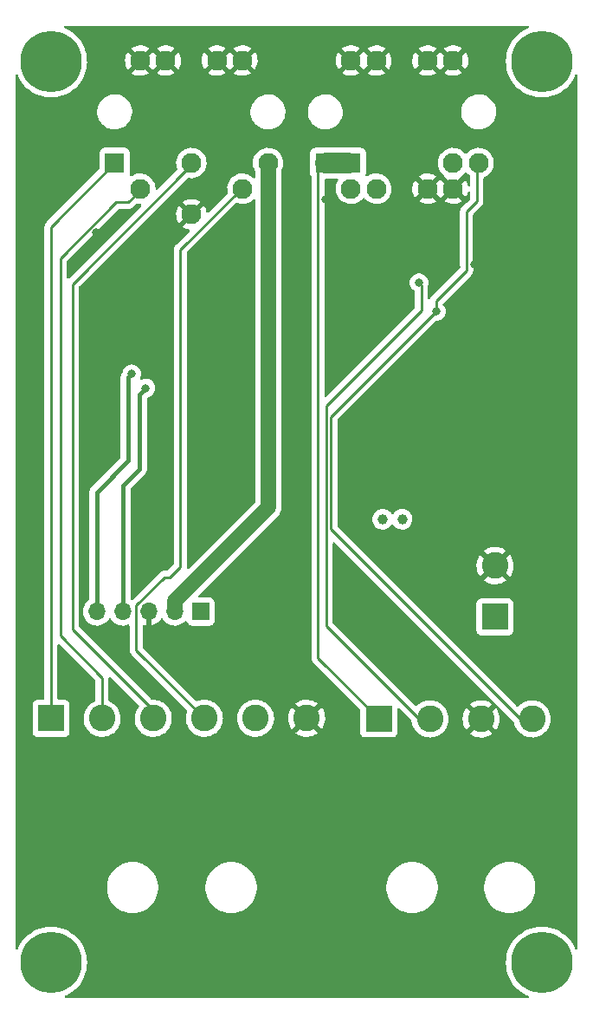
<source format=gbr>
%TF.GenerationSoftware,KiCad,Pcbnew,6.0.10-86aedd382b~118~ubuntu20.04.1*%
%TF.CreationDate,2023-03-12T18:50:45-04:00*%
%TF.ProjectId,coco_serial_rtc,636f636f-5f73-4657-9269-616c5f727463,1.0.0*%
%TF.SameCoordinates,Original*%
%TF.FileFunction,Copper,L2,Bot*%
%TF.FilePolarity,Positive*%
%FSLAX46Y46*%
G04 Gerber Fmt 4.6, Leading zero omitted, Abs format (unit mm)*
G04 Created by KiCad (PCBNEW 6.0.10-86aedd382b~118~ubuntu20.04.1) date 2023-03-12 18:50:45*
%MOMM*%
%LPD*%
G01*
G04 APERTURE LIST*
%TA.AperFunction,ComponentPad*%
%ADD10C,1.950000*%
%TD*%
%TA.AperFunction,ComponentPad*%
%ADD11R,1.950000X1.950000*%
%TD*%
%TA.AperFunction,ComponentPad*%
%ADD12C,6.000000*%
%TD*%
%TA.AperFunction,ComponentPad*%
%ADD13R,2.600000X2.600000*%
%TD*%
%TA.AperFunction,ComponentPad*%
%ADD14C,2.600000*%
%TD*%
%TA.AperFunction,ComponentPad*%
%ADD15R,1.700000X1.700000*%
%TD*%
%TA.AperFunction,ComponentPad*%
%ADD16O,1.700000X1.700000*%
%TD*%
%TA.AperFunction,ComponentPad*%
%ADD17C,1.000000*%
%TD*%
%TA.AperFunction,ViaPad*%
%ADD18C,0.800000*%
%TD*%
%TA.AperFunction,Conductor*%
%ADD19C,0.250000*%
%TD*%
%TA.AperFunction,Conductor*%
%ADD20C,2.000000*%
%TD*%
%TA.AperFunction,Conductor*%
%ADD21C,1.500000*%
%TD*%
%TA.AperFunction,Conductor*%
%ADD22C,0.450000*%
%TD*%
G04 APERTURE END LIST*
D10*
%TO.P,J4,E2*%
%TO.N,GNDD*%
X122575000Y-54250000D03*
X125075000Y-54250000D03*
%TO.P,J4,E1*%
X132575000Y-54250000D03*
X130075000Y-54250000D03*
%TO.P,J4,6*%
X127575000Y-69250000D03*
%TO.P,J4,5*%
%TO.N,VCC*%
X135075000Y-64250000D03*
%TO.P,J4,4*%
%TO.N,Net-(J2-Pad4)*%
X132575000Y-66750000D03*
%TO.P,J4,3*%
%TO.N,Net-(J2-Pad3)*%
X127575000Y-64250000D03*
%TO.P,J4,2*%
%TO.N,Net-(J2-Pad2)*%
X122575000Y-66750000D03*
D11*
%TO.P,J4,1*%
%TO.N,Net-(J2-Pad1)*%
X120075000Y-64250000D03*
%TD*%
D12*
%TO.P,H8,1*%
%TO.N,N/C*%
X161860000Y-142325000D03*
%TD*%
%TO.P,H7,1*%
%TO.N,N/C*%
X113860000Y-142325000D03*
%TD*%
%TO.P,H6,1*%
%TO.N,N/C*%
X161860000Y-54325000D03*
%TD*%
%TO.P,H5,1*%
%TO.N,N/C*%
X113860000Y-54325000D03*
%TD*%
D13*
%TO.P,J3,1,Pin_1*%
%TO.N,/CD*%
X145920000Y-118530000D03*
D14*
%TO.P,J3,2,Pin_2*%
%TO.N,/COCO_RX*%
X150920000Y-118530000D03*
%TO.P,J3,3,Pin_3*%
%TO.N,GNDD*%
X155920000Y-118530000D03*
%TO.P,J3,4,Pin_4*%
%TO.N,/COCO_TX*%
X160920000Y-118530000D03*
%TD*%
D13*
%TO.P,J6,1,Pin_1*%
%TO.N,VCC*%
X157275000Y-108560000D03*
D14*
%TO.P,J6,2,Pin_2*%
%TO.N,GNDD*%
X157275000Y-103560000D03*
%TD*%
D15*
%TO.P,J1,1,Pin_1*%
%TO.N,/~{MCLR}*%
X128500000Y-108060000D03*
D16*
%TO.P,J1,2,Pin_2*%
%TO.N,VCC*%
X125960000Y-108060000D03*
%TO.P,J1,3,Pin_3*%
%TO.N,GNDD*%
X123420000Y-108060000D03*
%TO.P,J1,4,Pin_4*%
%TO.N,/PGD*%
X120880000Y-108060000D03*
%TO.P,J1,5,Pin_5*%
%TO.N,/PGC*%
X118340000Y-108060000D03*
%TD*%
D10*
%TO.P,J5,E2*%
%TO.N,GNDD*%
X143175000Y-54250000D03*
X145675000Y-54250000D03*
%TO.P,J5,E1*%
X153175000Y-54250000D03*
X150675000Y-54250000D03*
%TO.P,J5,4*%
%TO.N,/COCO_TX*%
X153175000Y-64250000D03*
X155675000Y-64250000D03*
%TO.P,J5,3*%
%TO.N,GNDD*%
X150675000Y-66750000D03*
X153175000Y-66750000D03*
%TO.P,J5,2*%
%TO.N,/DCE_TX*%
X143175000Y-66750000D03*
X145675000Y-66750000D03*
D11*
%TO.P,J5,1*%
%TO.N,/CD*%
X143175000Y-64250000D03*
X140675000Y-64250000D03*
%TD*%
D13*
%TO.P,J2,1,Pin_1*%
%TO.N,Net-(J2-Pad1)*%
X113851000Y-118465000D03*
D14*
%TO.P,J2,2,Pin_2*%
%TO.N,Net-(J2-Pad2)*%
X118851000Y-118465000D03*
%TO.P,J2,3,Pin_3*%
%TO.N,Net-(J2-Pad3)*%
X123851000Y-118465000D03*
%TO.P,J2,4,Pin_4*%
%TO.N,Net-(J2-Pad4)*%
X128851000Y-118465000D03*
%TO.P,J2,5,Pin_5*%
%TO.N,VCC*%
X133851000Y-118465000D03*
%TO.P,J2,6,Pin_6*%
%TO.N,GNDD*%
X138851000Y-118465000D03*
%TD*%
D17*
%TO.P,Y1,1,1*%
%TO.N,Net-(C4-Pad2)*%
X146290000Y-99030000D03*
%TO.P,Y1,2,2*%
%TO.N,Net-(C5-Pad2)*%
X148190000Y-99030000D03*
%TD*%
D18*
%TO.N,GNDD*%
X162300000Y-68420000D03*
X157920000Y-90140000D03*
X151940000Y-90300000D03*
X156440000Y-75520000D03*
X157170000Y-70200000D03*
X131540000Y-88410000D03*
X140690000Y-67840000D03*
X145030000Y-93960000D03*
X118300000Y-71030000D03*
X145995000Y-91175000D03*
X155220000Y-74140000D03*
X129660000Y-94750000D03*
X163040000Y-94160000D03*
X155780000Y-83510000D03*
X138250000Y-64500000D03*
X163620000Y-74540000D03*
X138150000Y-66020000D03*
X141770000Y-83730000D03*
X155590000Y-88230000D03*
X157230000Y-95790000D03*
X154750000Y-84820000D03*
X149500000Y-84230000D03*
X161700000Y-74050000D03*
%TO.N,/PGD*%
X123120000Y-86220000D03*
%TO.N,/PGC*%
X121745000Y-84830000D03*
%TO.N,/COCO_RX*%
X149840000Y-75930000D03*
%TO.N,/COCO_TX*%
X151530000Y-78740000D03*
%TD*%
D19*
%TO.N,Net-(J2-Pad1)*%
X113851000Y-118465000D02*
X113851000Y-70474000D01*
X113851000Y-70474000D02*
X120075000Y-64250000D01*
%TO.N,Net-(J2-Pad2)*%
X118851000Y-118465000D02*
X118851000Y-114531000D01*
X118851000Y-114531000D02*
X114750000Y-110430000D01*
X114750000Y-110430000D02*
X114750000Y-73554695D01*
X114750000Y-73554695D02*
X120204695Y-68100000D01*
X120204695Y-68100000D02*
X121400000Y-68100000D01*
X121400000Y-68100000D02*
X122750000Y-66750000D01*
%TO.N,Net-(J2-Pad4)*%
X122180000Y-107440000D02*
X122180000Y-111794000D01*
X132450000Y-66750000D02*
X126485000Y-72715000D01*
X122180000Y-111794000D02*
X128851000Y-118465000D01*
X126485000Y-72715000D02*
X126485000Y-103675000D01*
X126485000Y-103675000D02*
X125470000Y-104690000D01*
X125470000Y-104690000D02*
X124930000Y-104690000D01*
X124930000Y-104690000D02*
X122180000Y-107440000D01*
%TO.N,Net-(J2-Pad3)*%
X127575000Y-64250000D02*
X127575000Y-64425000D01*
X115940000Y-109800000D02*
X123851000Y-117711000D01*
X127575000Y-64425000D02*
X115940000Y-76060000D01*
X115940000Y-76060000D02*
X115940000Y-109800000D01*
X123851000Y-117711000D02*
X123851000Y-118465000D01*
%TO.N,/COCO_TX*%
X151530000Y-78740000D02*
X151530000Y-77720000D01*
X151530000Y-77720000D02*
X154500000Y-74750000D01*
X154500000Y-74750000D02*
X154500000Y-74250000D01*
X154500000Y-74250000D02*
X154495000Y-74245000D01*
X154495000Y-74245000D02*
X154495000Y-69005000D01*
X154495000Y-69005000D02*
X155500000Y-68000000D01*
X155500000Y-68000000D02*
X155500000Y-64425000D01*
X155500000Y-64425000D02*
X155675000Y-64250000D01*
%TO.N,/CD*%
X140675000Y-64250000D02*
X139965000Y-64960000D01*
X139965000Y-64960000D02*
X139965000Y-112575000D01*
X139965000Y-112575000D02*
X145920000Y-118530000D01*
D20*
X143000000Y-64250000D02*
X140675000Y-64250000D01*
D21*
%TO.N,VCC*%
X135075000Y-64250000D02*
X135100000Y-64275000D01*
X135100000Y-64275000D02*
X135100000Y-97860000D01*
X135100000Y-97860000D02*
X125960000Y-107000000D01*
X125960000Y-107000000D02*
X125960000Y-108060000D01*
D22*
%TO.N,GNDD*%
X145995000Y-91175000D02*
X145995000Y-92995000D01*
X145995000Y-92995000D02*
X145030000Y-93960000D01*
%TO.N,/PGD*%
X123120000Y-86220000D02*
X122510000Y-86830000D01*
X122510000Y-86830000D02*
X122510000Y-94100000D01*
X120880000Y-95730000D02*
X120880000Y-108060000D01*
X122510000Y-94100000D02*
X120880000Y-95730000D01*
%TO.N,/PGC*%
X118340000Y-96380000D02*
X118340000Y-108060000D01*
X121745000Y-84830000D02*
X121390000Y-85185000D01*
X121390000Y-93330000D02*
X118340000Y-96380000D01*
X121390000Y-85185000D02*
X121390000Y-93330000D01*
D19*
%TO.N,/COCO_RX*%
X150080000Y-78670000D02*
X150080000Y-76170000D01*
X140770000Y-87980000D02*
X150080000Y-78670000D01*
X150080000Y-76170000D02*
X149840000Y-75930000D01*
X150920000Y-118530000D02*
X149850000Y-118530000D01*
X149850000Y-118530000D02*
X140770000Y-109450000D01*
X140770000Y-109450000D02*
X140770000Y-87980000D01*
%TO.N,/COCO_TX*%
X160920000Y-118530000D02*
X159740000Y-118530000D01*
X141220000Y-100010000D02*
X141220000Y-89050000D01*
X141220000Y-89050000D02*
X151530000Y-78740000D01*
X159740000Y-118530000D02*
X141220000Y-100010000D01*
%TD*%
%TA.AperFunction,Conductor*%
%TO.N,GNDD*%
G36*
X160553738Y-50853502D02*
G01*
X160600231Y-50907158D01*
X160610335Y-50977432D01*
X160580841Y-51042012D01*
X160530771Y-51077131D01*
X160431006Y-51115427D01*
X160428066Y-51116925D01*
X160106284Y-51280881D01*
X160106277Y-51280885D01*
X160103343Y-51282380D01*
X159794925Y-51482668D01*
X159509133Y-51714098D01*
X159249098Y-51974133D01*
X159017668Y-52259925D01*
X158817380Y-52568343D01*
X158650427Y-52896006D01*
X158518639Y-53239326D01*
X158423459Y-53594541D01*
X158422943Y-53597802D01*
X158370061Y-53931684D01*
X158365931Y-53957759D01*
X158346685Y-54325000D01*
X158365931Y-54692241D01*
X158423459Y-55055459D01*
X158518639Y-55410674D01*
X158650427Y-55753994D01*
X158817380Y-56081657D01*
X159017668Y-56390075D01*
X159249098Y-56675867D01*
X159509133Y-56935902D01*
X159794925Y-57167332D01*
X160103342Y-57367620D01*
X160106276Y-57369115D01*
X160106283Y-57369119D01*
X160428066Y-57533075D01*
X160431006Y-57534573D01*
X160774326Y-57666361D01*
X161129541Y-57761541D01*
X161322558Y-57792112D01*
X161489511Y-57818555D01*
X161489519Y-57818556D01*
X161492759Y-57819069D01*
X161860000Y-57838315D01*
X162227241Y-57819069D01*
X162230481Y-57818556D01*
X162230489Y-57818555D01*
X162397442Y-57792112D01*
X162590459Y-57761541D01*
X162945674Y-57666361D01*
X163288994Y-57534573D01*
X163291934Y-57533075D01*
X163613717Y-57369119D01*
X163613724Y-57369115D01*
X163616658Y-57367620D01*
X163925075Y-57167332D01*
X164210867Y-56935902D01*
X164470902Y-56675867D01*
X164702332Y-56390075D01*
X164902620Y-56081657D01*
X165069573Y-55753994D01*
X165107869Y-55654229D01*
X165150955Y-55597801D01*
X165217708Y-55573624D01*
X165286935Y-55589375D01*
X165336657Y-55640053D01*
X165351500Y-55699383D01*
X165351500Y-140950617D01*
X165331498Y-141018738D01*
X165277842Y-141065231D01*
X165207568Y-141075335D01*
X165142988Y-141045841D01*
X165107869Y-140995771D01*
X165070757Y-140899091D01*
X165069573Y-140896006D01*
X164902620Y-140568343D01*
X164702332Y-140259925D01*
X164470902Y-139974133D01*
X164210867Y-139714098D01*
X163925075Y-139482668D01*
X163616658Y-139282380D01*
X163613724Y-139280885D01*
X163613717Y-139280881D01*
X163291934Y-139116925D01*
X163288994Y-139115427D01*
X162945674Y-138983639D01*
X162590459Y-138888459D01*
X162397442Y-138857888D01*
X162230489Y-138831445D01*
X162230481Y-138831444D01*
X162227241Y-138830931D01*
X161860000Y-138811685D01*
X161492759Y-138830931D01*
X161489519Y-138831444D01*
X161489511Y-138831445D01*
X161322558Y-138857888D01*
X161129541Y-138888459D01*
X160774326Y-138983639D01*
X160431006Y-139115427D01*
X160428066Y-139116925D01*
X160106284Y-139280881D01*
X160106277Y-139280885D01*
X160103343Y-139282380D01*
X159794925Y-139482668D01*
X159509133Y-139714098D01*
X159249098Y-139974133D01*
X159017668Y-140259925D01*
X158817380Y-140568343D01*
X158650427Y-140896006D01*
X158518639Y-141239326D01*
X158423459Y-141594541D01*
X158365931Y-141957759D01*
X158346685Y-142325000D01*
X158365931Y-142692241D01*
X158366444Y-142695481D01*
X158366445Y-142695489D01*
X158392888Y-142862442D01*
X158423459Y-143055459D01*
X158518639Y-143410674D01*
X158650427Y-143753994D01*
X158817380Y-144081657D01*
X159017668Y-144390075D01*
X159249098Y-144675867D01*
X159509133Y-144935902D01*
X159794925Y-145167332D01*
X160103342Y-145367620D01*
X160106276Y-145369115D01*
X160106283Y-145369119D01*
X160345544Y-145491028D01*
X160431006Y-145534573D01*
X160515404Y-145566970D01*
X160528905Y-145572153D01*
X160585333Y-145615239D01*
X160609509Y-145681993D01*
X160593757Y-145751220D01*
X160543079Y-145800942D01*
X160483686Y-145815784D01*
X115297493Y-145792249D01*
X115229384Y-145772211D01*
X115182919Y-145718532D01*
X115172852Y-145648252D01*
X115202379Y-145583687D01*
X115252405Y-145548618D01*
X115285915Y-145535755D01*
X115285916Y-145535754D01*
X115288994Y-145534573D01*
X115374456Y-145491028D01*
X115613717Y-145369119D01*
X115613724Y-145369115D01*
X115616658Y-145367620D01*
X115925075Y-145167332D01*
X116210867Y-144935902D01*
X116470902Y-144675867D01*
X116702332Y-144390075D01*
X116902620Y-144081657D01*
X117069573Y-143753994D01*
X117201361Y-143410674D01*
X117296541Y-143055459D01*
X117327112Y-142862442D01*
X117353555Y-142695489D01*
X117353556Y-142695481D01*
X117354069Y-142692241D01*
X117373315Y-142325000D01*
X117354069Y-141957759D01*
X117296541Y-141594541D01*
X117201361Y-141239326D01*
X117069573Y-140896006D01*
X116902620Y-140568343D01*
X116702332Y-140259925D01*
X116470902Y-139974133D01*
X116210867Y-139714098D01*
X115925075Y-139482668D01*
X115616658Y-139282380D01*
X115613724Y-139280885D01*
X115613717Y-139280881D01*
X115291934Y-139116925D01*
X115288994Y-139115427D01*
X114945674Y-138983639D01*
X114590459Y-138888459D01*
X114397442Y-138857888D01*
X114230489Y-138831445D01*
X114230481Y-138831444D01*
X114227241Y-138830931D01*
X113860000Y-138811685D01*
X113492759Y-138830931D01*
X113489519Y-138831444D01*
X113489511Y-138831445D01*
X113322558Y-138857888D01*
X113129541Y-138888459D01*
X112774326Y-138983639D01*
X112431006Y-139115427D01*
X112428066Y-139116925D01*
X112106284Y-139280881D01*
X112106277Y-139280885D01*
X112103343Y-139282380D01*
X111794925Y-139482668D01*
X111509133Y-139714098D01*
X111249098Y-139974133D01*
X111017668Y-140259925D01*
X110817380Y-140568343D01*
X110650427Y-140896006D01*
X110649243Y-140899091D01*
X110612131Y-140995771D01*
X110569045Y-141052199D01*
X110502292Y-141076376D01*
X110433065Y-141060625D01*
X110383343Y-141009947D01*
X110368500Y-140950617D01*
X110368500Y-135157821D01*
X119321500Y-135157821D01*
X119361060Y-135470975D01*
X119439557Y-135776702D01*
X119555753Y-136070179D01*
X119707816Y-136346779D01*
X119893346Y-136602140D01*
X120109418Y-136832233D01*
X120352625Y-137033432D01*
X120619131Y-137202562D01*
X120622710Y-137204246D01*
X120622717Y-137204250D01*
X120901144Y-137335267D01*
X120901148Y-137335269D01*
X120904734Y-137336956D01*
X121204928Y-137434495D01*
X121514980Y-137493641D01*
X121751162Y-137508500D01*
X121908838Y-137508500D01*
X122145020Y-137493641D01*
X122455072Y-137434495D01*
X122755266Y-137336956D01*
X122758852Y-137335269D01*
X122758856Y-137335267D01*
X123037283Y-137204250D01*
X123037290Y-137204246D01*
X123040869Y-137202562D01*
X123307375Y-137033432D01*
X123550582Y-136832233D01*
X123766654Y-136602140D01*
X123952184Y-136346779D01*
X124104247Y-136070179D01*
X124220443Y-135776702D01*
X124298940Y-135470975D01*
X124338500Y-135157821D01*
X128961500Y-135157821D01*
X129001060Y-135470975D01*
X129079557Y-135776702D01*
X129195753Y-136070179D01*
X129347816Y-136346779D01*
X129533346Y-136602140D01*
X129749418Y-136832233D01*
X129992625Y-137033432D01*
X130259131Y-137202562D01*
X130262710Y-137204246D01*
X130262717Y-137204250D01*
X130541144Y-137335267D01*
X130541148Y-137335269D01*
X130544734Y-137336956D01*
X130844928Y-137434495D01*
X131154980Y-137493641D01*
X131391162Y-137508500D01*
X131548838Y-137508500D01*
X131785020Y-137493641D01*
X132095072Y-137434495D01*
X132395266Y-137336956D01*
X132398852Y-137335269D01*
X132398856Y-137335267D01*
X132677283Y-137204250D01*
X132677290Y-137204246D01*
X132680869Y-137202562D01*
X132947375Y-137033432D01*
X133190582Y-136832233D01*
X133406654Y-136602140D01*
X133592184Y-136346779D01*
X133744247Y-136070179D01*
X133860443Y-135776702D01*
X133938940Y-135470975D01*
X133978500Y-135157821D01*
X146651500Y-135157821D01*
X146691060Y-135470975D01*
X146769557Y-135776702D01*
X146885753Y-136070179D01*
X147037816Y-136346779D01*
X147223346Y-136602140D01*
X147439418Y-136832233D01*
X147682625Y-137033432D01*
X147949131Y-137202562D01*
X147952710Y-137204246D01*
X147952717Y-137204250D01*
X148231144Y-137335267D01*
X148231148Y-137335269D01*
X148234734Y-137336956D01*
X148534928Y-137434495D01*
X148844980Y-137493641D01*
X149081162Y-137508500D01*
X149238838Y-137508500D01*
X149475020Y-137493641D01*
X149785072Y-137434495D01*
X150085266Y-137336956D01*
X150088852Y-137335269D01*
X150088856Y-137335267D01*
X150367283Y-137204250D01*
X150367290Y-137204246D01*
X150370869Y-137202562D01*
X150637375Y-137033432D01*
X150880582Y-136832233D01*
X151096654Y-136602140D01*
X151282184Y-136346779D01*
X151434247Y-136070179D01*
X151550443Y-135776702D01*
X151628940Y-135470975D01*
X151668500Y-135157821D01*
X156201500Y-135157821D01*
X156241060Y-135470975D01*
X156319557Y-135776702D01*
X156435753Y-136070179D01*
X156587816Y-136346779D01*
X156773346Y-136602140D01*
X156989418Y-136832233D01*
X157232625Y-137033432D01*
X157499131Y-137202562D01*
X157502710Y-137204246D01*
X157502717Y-137204250D01*
X157781144Y-137335267D01*
X157781148Y-137335269D01*
X157784734Y-137336956D01*
X158084928Y-137434495D01*
X158394980Y-137493641D01*
X158631162Y-137508500D01*
X158788838Y-137508500D01*
X159025020Y-137493641D01*
X159335072Y-137434495D01*
X159635266Y-137336956D01*
X159638852Y-137335269D01*
X159638856Y-137335267D01*
X159917283Y-137204250D01*
X159917290Y-137204246D01*
X159920869Y-137202562D01*
X160187375Y-137033432D01*
X160430582Y-136832233D01*
X160646654Y-136602140D01*
X160832184Y-136346779D01*
X160984247Y-136070179D01*
X161100443Y-135776702D01*
X161178940Y-135470975D01*
X161218500Y-135157821D01*
X161218500Y-134842179D01*
X161178940Y-134529025D01*
X161100443Y-134223298D01*
X160984247Y-133929821D01*
X160832184Y-133653221D01*
X160646654Y-133397860D01*
X160430582Y-133167767D01*
X160187375Y-132966568D01*
X159920869Y-132797438D01*
X159917290Y-132795754D01*
X159917283Y-132795750D01*
X159638856Y-132664733D01*
X159638852Y-132664731D01*
X159635266Y-132663044D01*
X159335072Y-132565505D01*
X159025020Y-132506359D01*
X158788838Y-132491500D01*
X158631162Y-132491500D01*
X158394980Y-132506359D01*
X158084928Y-132565505D01*
X157784734Y-132663044D01*
X157781148Y-132664731D01*
X157781144Y-132664733D01*
X157502717Y-132795750D01*
X157502710Y-132795754D01*
X157499131Y-132797438D01*
X157232625Y-132966568D01*
X156989418Y-133167767D01*
X156773346Y-133397860D01*
X156587816Y-133653221D01*
X156435753Y-133929821D01*
X156319557Y-134223298D01*
X156241060Y-134529025D01*
X156201500Y-134842179D01*
X156201500Y-135157821D01*
X151668500Y-135157821D01*
X151668500Y-134842179D01*
X151628940Y-134529025D01*
X151550443Y-134223298D01*
X151434247Y-133929821D01*
X151282184Y-133653221D01*
X151096654Y-133397860D01*
X150880582Y-133167767D01*
X150637375Y-132966568D01*
X150370869Y-132797438D01*
X150367290Y-132795754D01*
X150367283Y-132795750D01*
X150088856Y-132664733D01*
X150088852Y-132664731D01*
X150085266Y-132663044D01*
X149785072Y-132565505D01*
X149475020Y-132506359D01*
X149238838Y-132491500D01*
X149081162Y-132491500D01*
X148844980Y-132506359D01*
X148534928Y-132565505D01*
X148234734Y-132663044D01*
X148231148Y-132664731D01*
X148231144Y-132664733D01*
X147952717Y-132795750D01*
X147952710Y-132795754D01*
X147949131Y-132797438D01*
X147682625Y-132966568D01*
X147439418Y-133167767D01*
X147223346Y-133397860D01*
X147037816Y-133653221D01*
X146885753Y-133929821D01*
X146769557Y-134223298D01*
X146691060Y-134529025D01*
X146651500Y-134842179D01*
X146651500Y-135157821D01*
X133978500Y-135157821D01*
X133978500Y-134842179D01*
X133938940Y-134529025D01*
X133860443Y-134223298D01*
X133744247Y-133929821D01*
X133592184Y-133653221D01*
X133406654Y-133397860D01*
X133190582Y-133167767D01*
X132947375Y-132966568D01*
X132680869Y-132797438D01*
X132677290Y-132795754D01*
X132677283Y-132795750D01*
X132398856Y-132664733D01*
X132398852Y-132664731D01*
X132395266Y-132663044D01*
X132095072Y-132565505D01*
X131785020Y-132506359D01*
X131548838Y-132491500D01*
X131391162Y-132491500D01*
X131154980Y-132506359D01*
X130844928Y-132565505D01*
X130544734Y-132663044D01*
X130541148Y-132664731D01*
X130541144Y-132664733D01*
X130262717Y-132795750D01*
X130262710Y-132795754D01*
X130259131Y-132797438D01*
X129992625Y-132966568D01*
X129749418Y-133167767D01*
X129533346Y-133397860D01*
X129347816Y-133653221D01*
X129195753Y-133929821D01*
X129079557Y-134223298D01*
X129001060Y-134529025D01*
X128961500Y-134842179D01*
X128961500Y-135157821D01*
X124338500Y-135157821D01*
X124338500Y-134842179D01*
X124298940Y-134529025D01*
X124220443Y-134223298D01*
X124104247Y-133929821D01*
X123952184Y-133653221D01*
X123766654Y-133397860D01*
X123550582Y-133167767D01*
X123307375Y-132966568D01*
X123040869Y-132797438D01*
X123037290Y-132795754D01*
X123037283Y-132795750D01*
X122758856Y-132664733D01*
X122758852Y-132664731D01*
X122755266Y-132663044D01*
X122455072Y-132565505D01*
X122145020Y-132506359D01*
X121908838Y-132491500D01*
X121751162Y-132491500D01*
X121514980Y-132506359D01*
X121204928Y-132565505D01*
X120904734Y-132663044D01*
X120901148Y-132664731D01*
X120901144Y-132664733D01*
X120622717Y-132795750D01*
X120622710Y-132795754D01*
X120619131Y-132797438D01*
X120352625Y-132966568D01*
X120109418Y-133167767D01*
X119893346Y-133397860D01*
X119707816Y-133653221D01*
X119555753Y-133929821D01*
X119439557Y-134223298D01*
X119361060Y-134529025D01*
X119321500Y-134842179D01*
X119321500Y-135157821D01*
X110368500Y-135157821D01*
X110368500Y-119813134D01*
X112042500Y-119813134D01*
X112049255Y-119875316D01*
X112100385Y-120011705D01*
X112187739Y-120128261D01*
X112304295Y-120215615D01*
X112440684Y-120266745D01*
X112502866Y-120273500D01*
X115199134Y-120273500D01*
X115261316Y-120266745D01*
X115397705Y-120215615D01*
X115514261Y-120128261D01*
X115601615Y-120011705D01*
X115652745Y-119875316D01*
X115659500Y-119813134D01*
X115659500Y-117116866D01*
X115652745Y-117054684D01*
X115601615Y-116918295D01*
X115514261Y-116801739D01*
X115397705Y-116714385D01*
X115261316Y-116663255D01*
X115199134Y-116656500D01*
X114610500Y-116656500D01*
X114542379Y-116636498D01*
X114495886Y-116582842D01*
X114484500Y-116530500D01*
X114484500Y-111364594D01*
X114504502Y-111296473D01*
X114558158Y-111249980D01*
X114628432Y-111239876D01*
X114693012Y-111269370D01*
X114699594Y-111275498D01*
X116441253Y-113017158D01*
X118180595Y-114756500D01*
X118214621Y-114818812D01*
X118217500Y-114845595D01*
X118217500Y-116684871D01*
X118197498Y-116752992D01*
X118144252Y-116799296D01*
X117971763Y-116878815D01*
X117967854Y-116881378D01*
X117750881Y-117023631D01*
X117750876Y-117023635D01*
X117746968Y-117026197D01*
X117546426Y-117205188D01*
X117374544Y-117411854D01*
X117235096Y-117641656D01*
X117233287Y-117645970D01*
X117233285Y-117645974D01*
X117188068Y-117753806D01*
X117131148Y-117889545D01*
X117064981Y-118150077D01*
X117038050Y-118417526D01*
X117038274Y-118422192D01*
X117038274Y-118422197D01*
X117040946Y-118477812D01*
X117050947Y-118686019D01*
X117103388Y-118949656D01*
X117194220Y-119202646D01*
X117196432Y-119206762D01*
X117196433Y-119206765D01*
X117229146Y-119267646D01*
X117321450Y-119439431D01*
X117324241Y-119443168D01*
X117324245Y-119443175D01*
X117400405Y-119545165D01*
X117482281Y-119654810D01*
X117485590Y-119658090D01*
X117485595Y-119658096D01*
X117669863Y-119840762D01*
X117673180Y-119844050D01*
X117676942Y-119846808D01*
X117676945Y-119846811D01*
X117788737Y-119928780D01*
X117889954Y-120002995D01*
X117894089Y-120005171D01*
X117894093Y-120005173D01*
X118123698Y-120125975D01*
X118127840Y-120128154D01*
X118381613Y-120216775D01*
X118386206Y-120217647D01*
X118641109Y-120266042D01*
X118641112Y-120266042D01*
X118645698Y-120266913D01*
X118773370Y-120271929D01*
X118909625Y-120277283D01*
X118909630Y-120277283D01*
X118914293Y-120277466D01*
X119018607Y-120266042D01*
X119176844Y-120248713D01*
X119176850Y-120248712D01*
X119181497Y-120248203D01*
X119186021Y-120247012D01*
X119436918Y-120180956D01*
X119436920Y-120180955D01*
X119441441Y-120179765D01*
X119532828Y-120140502D01*
X119684120Y-120075502D01*
X119684122Y-120075501D01*
X119688414Y-120073657D01*
X119867698Y-119962713D01*
X119913017Y-119934669D01*
X119913021Y-119934666D01*
X119916990Y-119932210D01*
X120122149Y-119758530D01*
X120299382Y-119556434D01*
X120306631Y-119545165D01*
X120442269Y-119334291D01*
X120444797Y-119330361D01*
X120555199Y-119085278D01*
X120592247Y-118953917D01*
X120626893Y-118831072D01*
X120626894Y-118831069D01*
X120628163Y-118826568D01*
X120646043Y-118686019D01*
X120661688Y-118563045D01*
X120661688Y-118563041D01*
X120662086Y-118559915D01*
X120662170Y-118556733D01*
X120663989Y-118487211D01*
X120664571Y-118465000D01*
X120649826Y-118266592D01*
X120644996Y-118201592D01*
X120644996Y-118201591D01*
X120644650Y-118196937D01*
X120643619Y-118192379D01*
X120586361Y-117939331D01*
X120586360Y-117939326D01*
X120585327Y-117934763D01*
X120487902Y-117684238D01*
X120354518Y-117450864D01*
X120315091Y-117400850D01*
X120262588Y-117334251D01*
X120188105Y-117239769D01*
X119992317Y-117055591D01*
X119794407Y-116918295D01*
X119775299Y-116905039D01*
X119775296Y-116905037D01*
X119771457Y-116902374D01*
X119728882Y-116881378D01*
X119631265Y-116833239D01*
X119554771Y-116795517D01*
X119502523Y-116747449D01*
X119484500Y-116682511D01*
X119484500Y-114609767D01*
X119485027Y-114598584D01*
X119486702Y-114591091D01*
X119485391Y-114549381D01*
X119503243Y-114480666D01*
X119555412Y-114432510D01*
X119625334Y-114420204D01*
X119690809Y-114447653D01*
X119700424Y-114456328D01*
X122421034Y-117176938D01*
X122455060Y-117239250D01*
X122449995Y-117310065D01*
X122428813Y-117346602D01*
X122374544Y-117411854D01*
X122235096Y-117641656D01*
X122233287Y-117645970D01*
X122233285Y-117645974D01*
X122188068Y-117753806D01*
X122131148Y-117889545D01*
X122064981Y-118150077D01*
X122038050Y-118417526D01*
X122038274Y-118422192D01*
X122038274Y-118422197D01*
X122040946Y-118477812D01*
X122050947Y-118686019D01*
X122103388Y-118949656D01*
X122194220Y-119202646D01*
X122196432Y-119206762D01*
X122196433Y-119206765D01*
X122229146Y-119267646D01*
X122321450Y-119439431D01*
X122324241Y-119443168D01*
X122324245Y-119443175D01*
X122400405Y-119545165D01*
X122482281Y-119654810D01*
X122485590Y-119658090D01*
X122485595Y-119658096D01*
X122669863Y-119840762D01*
X122673180Y-119844050D01*
X122676942Y-119846808D01*
X122676945Y-119846811D01*
X122788737Y-119928780D01*
X122889954Y-120002995D01*
X122894089Y-120005171D01*
X122894093Y-120005173D01*
X123123698Y-120125975D01*
X123127840Y-120128154D01*
X123381613Y-120216775D01*
X123386206Y-120217647D01*
X123641109Y-120266042D01*
X123641112Y-120266042D01*
X123645698Y-120266913D01*
X123773370Y-120271929D01*
X123909625Y-120277283D01*
X123909630Y-120277283D01*
X123914293Y-120277466D01*
X124018607Y-120266042D01*
X124176844Y-120248713D01*
X124176850Y-120248712D01*
X124181497Y-120248203D01*
X124186021Y-120247012D01*
X124436918Y-120180956D01*
X124436920Y-120180955D01*
X124441441Y-120179765D01*
X124532828Y-120140502D01*
X124684120Y-120075502D01*
X124684122Y-120075501D01*
X124688414Y-120073657D01*
X124867698Y-119962713D01*
X124913017Y-119934669D01*
X124913021Y-119934666D01*
X124916990Y-119932210D01*
X125122149Y-119758530D01*
X125299382Y-119556434D01*
X125306631Y-119545165D01*
X125442269Y-119334291D01*
X125444797Y-119330361D01*
X125555199Y-119085278D01*
X125592247Y-118953917D01*
X125626893Y-118831072D01*
X125626894Y-118831069D01*
X125628163Y-118826568D01*
X125646043Y-118686019D01*
X125661688Y-118563045D01*
X125661688Y-118563041D01*
X125662086Y-118559915D01*
X125662170Y-118556733D01*
X125663989Y-118487211D01*
X125664571Y-118465000D01*
X125649826Y-118266592D01*
X125644996Y-118201592D01*
X125644996Y-118201591D01*
X125644650Y-118196937D01*
X125643619Y-118192379D01*
X125586361Y-117939331D01*
X125586360Y-117939326D01*
X125585327Y-117934763D01*
X125487902Y-117684238D01*
X125354518Y-117450864D01*
X125315091Y-117400850D01*
X125262588Y-117334251D01*
X125188105Y-117239769D01*
X124992317Y-117055591D01*
X124794407Y-116918295D01*
X124775299Y-116905039D01*
X124775296Y-116905037D01*
X124771457Y-116902374D01*
X124729770Y-116881816D01*
X124534564Y-116785551D01*
X124534561Y-116785550D01*
X124530376Y-116783486D01*
X124484207Y-116768707D01*
X124344794Y-116724081D01*
X124274370Y-116701538D01*
X124269763Y-116700788D01*
X124269760Y-116700787D01*
X124056337Y-116666029D01*
X124009063Y-116658330D01*
X123803251Y-116655636D01*
X123741282Y-116654825D01*
X123673429Y-116633933D01*
X123653836Y-116617931D01*
X116610405Y-109574500D01*
X116576379Y-109512188D01*
X116573500Y-109485405D01*
X116573500Y-108026695D01*
X116977251Y-108026695D01*
X116990110Y-108249715D01*
X116991247Y-108254761D01*
X116991248Y-108254767D01*
X117015304Y-108361508D01*
X117039222Y-108467639D01*
X117123266Y-108674616D01*
X117160685Y-108735678D01*
X117237291Y-108860688D01*
X117239987Y-108865088D01*
X117386250Y-109033938D01*
X117558126Y-109176632D01*
X117751000Y-109289338D01*
X117959692Y-109369030D01*
X117964760Y-109370061D01*
X117964763Y-109370062D01*
X118059862Y-109389410D01*
X118178597Y-109413567D01*
X118183772Y-109413757D01*
X118183774Y-109413757D01*
X118396673Y-109421564D01*
X118396677Y-109421564D01*
X118401837Y-109421753D01*
X118406957Y-109421097D01*
X118406959Y-109421097D01*
X118618288Y-109394025D01*
X118618289Y-109394025D01*
X118623416Y-109393368D01*
X118628366Y-109391883D01*
X118832429Y-109330661D01*
X118832434Y-109330659D01*
X118837384Y-109329174D01*
X119037994Y-109230896D01*
X119219860Y-109101173D01*
X119378096Y-108943489D01*
X119437594Y-108860689D01*
X119508453Y-108762077D01*
X119509776Y-108763028D01*
X119556645Y-108719857D01*
X119626580Y-108707625D01*
X119692026Y-108735144D01*
X119719875Y-108766994D01*
X119779987Y-108865088D01*
X119926250Y-109033938D01*
X120098126Y-109176632D01*
X120291000Y-109289338D01*
X120499692Y-109369030D01*
X120504760Y-109370061D01*
X120504763Y-109370062D01*
X120599862Y-109389410D01*
X120718597Y-109413567D01*
X120723772Y-109413757D01*
X120723774Y-109413757D01*
X120936673Y-109421564D01*
X120936677Y-109421564D01*
X120941837Y-109421753D01*
X120946957Y-109421097D01*
X120946959Y-109421097D01*
X121158288Y-109394025D01*
X121158289Y-109394025D01*
X121163416Y-109393368D01*
X121170003Y-109391392D01*
X121211090Y-109379065D01*
X121377384Y-109329174D01*
X121377506Y-109329579D01*
X121445236Y-109323604D01*
X121508104Y-109356590D01*
X121543159Y-109418329D01*
X121546500Y-109447152D01*
X121546500Y-111715233D01*
X121545973Y-111726416D01*
X121544298Y-111733909D01*
X121544547Y-111741835D01*
X121544547Y-111741836D01*
X121546438Y-111801986D01*
X121546500Y-111805945D01*
X121546500Y-111833856D01*
X121546997Y-111837790D01*
X121546997Y-111837791D01*
X121547005Y-111837856D01*
X121547938Y-111849693D01*
X121549327Y-111893889D01*
X121554978Y-111913339D01*
X121558987Y-111932700D01*
X121561526Y-111952797D01*
X121564445Y-111960168D01*
X121564445Y-111960170D01*
X121577804Y-111993912D01*
X121581649Y-112005142D01*
X121593982Y-112047593D01*
X121598015Y-112054412D01*
X121598017Y-112054417D01*
X121604293Y-112065028D01*
X121612988Y-112082776D01*
X121620448Y-112101617D01*
X121625110Y-112108033D01*
X121625110Y-112108034D01*
X121646436Y-112137387D01*
X121652952Y-112147307D01*
X121675458Y-112185362D01*
X121689779Y-112199683D01*
X121702619Y-112214716D01*
X121714528Y-112231107D01*
X121720634Y-112236158D01*
X121748605Y-112259298D01*
X121757384Y-112267288D01*
X127144751Y-117654655D01*
X127178777Y-117716967D01*
X127171853Y-117792474D01*
X127131148Y-117889545D01*
X127129997Y-117894077D01*
X127129996Y-117894080D01*
X127103156Y-117999763D01*
X127064981Y-118150077D01*
X127038050Y-118417526D01*
X127038274Y-118422192D01*
X127038274Y-118422197D01*
X127040946Y-118477812D01*
X127050947Y-118686019D01*
X127103388Y-118949656D01*
X127194220Y-119202646D01*
X127196432Y-119206762D01*
X127196433Y-119206765D01*
X127229146Y-119267646D01*
X127321450Y-119439431D01*
X127324241Y-119443168D01*
X127324245Y-119443175D01*
X127400405Y-119545165D01*
X127482281Y-119654810D01*
X127485590Y-119658090D01*
X127485595Y-119658096D01*
X127669863Y-119840762D01*
X127673180Y-119844050D01*
X127676942Y-119846808D01*
X127676945Y-119846811D01*
X127788737Y-119928780D01*
X127889954Y-120002995D01*
X127894089Y-120005171D01*
X127894093Y-120005173D01*
X128123698Y-120125975D01*
X128127840Y-120128154D01*
X128381613Y-120216775D01*
X128386206Y-120217647D01*
X128641109Y-120266042D01*
X128641112Y-120266042D01*
X128645698Y-120266913D01*
X128773370Y-120271929D01*
X128909625Y-120277283D01*
X128909630Y-120277283D01*
X128914293Y-120277466D01*
X129018607Y-120266042D01*
X129176844Y-120248713D01*
X129176850Y-120248712D01*
X129181497Y-120248203D01*
X129186021Y-120247012D01*
X129436918Y-120180956D01*
X129436920Y-120180955D01*
X129441441Y-120179765D01*
X129532828Y-120140502D01*
X129684120Y-120075502D01*
X129684122Y-120075501D01*
X129688414Y-120073657D01*
X129867698Y-119962713D01*
X129913017Y-119934669D01*
X129913021Y-119934666D01*
X129916990Y-119932210D01*
X130122149Y-119758530D01*
X130299382Y-119556434D01*
X130306631Y-119545165D01*
X130442269Y-119334291D01*
X130444797Y-119330361D01*
X130555199Y-119085278D01*
X130592247Y-118953917D01*
X130626893Y-118831072D01*
X130626894Y-118831069D01*
X130628163Y-118826568D01*
X130646043Y-118686019D01*
X130661688Y-118563045D01*
X130661688Y-118563041D01*
X130662086Y-118559915D01*
X130662170Y-118556733D01*
X130663989Y-118487211D01*
X130664571Y-118465000D01*
X130661043Y-118417526D01*
X132038050Y-118417526D01*
X132038274Y-118422192D01*
X132038274Y-118422197D01*
X132040946Y-118477812D01*
X132050947Y-118686019D01*
X132103388Y-118949656D01*
X132194220Y-119202646D01*
X132196432Y-119206762D01*
X132196433Y-119206765D01*
X132229146Y-119267646D01*
X132321450Y-119439431D01*
X132324241Y-119443168D01*
X132324245Y-119443175D01*
X132400405Y-119545165D01*
X132482281Y-119654810D01*
X132485590Y-119658090D01*
X132485595Y-119658096D01*
X132669863Y-119840762D01*
X132673180Y-119844050D01*
X132676942Y-119846808D01*
X132676945Y-119846811D01*
X132788737Y-119928780D01*
X132889954Y-120002995D01*
X132894089Y-120005171D01*
X132894093Y-120005173D01*
X133123698Y-120125975D01*
X133127840Y-120128154D01*
X133381613Y-120216775D01*
X133386206Y-120217647D01*
X133641109Y-120266042D01*
X133641112Y-120266042D01*
X133645698Y-120266913D01*
X133773370Y-120271929D01*
X133909625Y-120277283D01*
X133909630Y-120277283D01*
X133914293Y-120277466D01*
X134018607Y-120266042D01*
X134176844Y-120248713D01*
X134176850Y-120248712D01*
X134181497Y-120248203D01*
X134186021Y-120247012D01*
X134436918Y-120180956D01*
X134436920Y-120180955D01*
X134441441Y-120179765D01*
X134532828Y-120140502D01*
X134684120Y-120075502D01*
X134684122Y-120075501D01*
X134688414Y-120073657D01*
X134867698Y-119962713D01*
X134913017Y-119934669D01*
X134913021Y-119934666D01*
X134916990Y-119932210D01*
X134943337Y-119909906D01*
X137770839Y-119909906D01*
X137779553Y-119921427D01*
X137886452Y-119999809D01*
X137894351Y-120004745D01*
X138123905Y-120125519D01*
X138132454Y-120129236D01*
X138377327Y-120214749D01*
X138386336Y-120217163D01*
X138641166Y-120265544D01*
X138650423Y-120266598D01*
X138909607Y-120276783D01*
X138918921Y-120276457D01*
X139176753Y-120248220D01*
X139185930Y-120246519D01*
X139436758Y-120180481D01*
X139445574Y-120177445D01*
X139683880Y-120075062D01*
X139692167Y-120070748D01*
X139912718Y-119934266D01*
X139920268Y-119928780D01*
X139925559Y-119924301D01*
X139933997Y-119911497D01*
X139927935Y-119901145D01*
X138863812Y-118837022D01*
X138849868Y-118829408D01*
X138848035Y-118829539D01*
X138841420Y-118833790D01*
X137777497Y-119897713D01*
X137770839Y-119909906D01*
X134943337Y-119909906D01*
X135122149Y-119758530D01*
X135299382Y-119556434D01*
X135306631Y-119545165D01*
X135442269Y-119334291D01*
X135444797Y-119330361D01*
X135555199Y-119085278D01*
X135592247Y-118953917D01*
X135626893Y-118831072D01*
X135626894Y-118831069D01*
X135628163Y-118826568D01*
X135646043Y-118686019D01*
X135661688Y-118563045D01*
X135661688Y-118563041D01*
X135662086Y-118559915D01*
X135662170Y-118556733D01*
X135663989Y-118487211D01*
X135664571Y-118465000D01*
X135661391Y-118422211D01*
X137038775Y-118422211D01*
X137051220Y-118681288D01*
X137052356Y-118690543D01*
X137102961Y-118944945D01*
X137105449Y-118953917D01*
X137193095Y-119198033D01*
X137196895Y-119206568D01*
X137319658Y-119435042D01*
X137324666Y-119442904D01*
X137394720Y-119536716D01*
X137405979Y-119545165D01*
X137418397Y-119538393D01*
X138478978Y-118477812D01*
X138485356Y-118466132D01*
X139215408Y-118466132D01*
X139215539Y-118467965D01*
X139219790Y-118474580D01*
X140287094Y-119541884D01*
X140299474Y-119548644D01*
X140307815Y-119542400D01*
X140441832Y-119334048D01*
X140446275Y-119325864D01*
X140552807Y-119089370D01*
X140555997Y-119080605D01*
X140626402Y-118830972D01*
X140628262Y-118821830D01*
X140661187Y-118563019D01*
X140661668Y-118556733D01*
X140663987Y-118468160D01*
X140663836Y-118461851D01*
X140644501Y-118201663D01*
X140643125Y-118192457D01*
X140585878Y-117939467D01*
X140583154Y-117930556D01*
X140489143Y-117688806D01*
X140485132Y-117680397D01*
X140356422Y-117455202D01*
X140351211Y-117447476D01*
X140307996Y-117392658D01*
X140296071Y-117384187D01*
X140284537Y-117390673D01*
X139223022Y-118452188D01*
X139215408Y-118466132D01*
X138485356Y-118466132D01*
X138486592Y-118463868D01*
X138486461Y-118462035D01*
X138482210Y-118455420D01*
X137416816Y-117390026D01*
X137403507Y-117382758D01*
X137393472Y-117389878D01*
X137377937Y-117408556D01*
X137372531Y-117416135D01*
X137237965Y-117637891D01*
X137233736Y-117646192D01*
X137133432Y-117885389D01*
X137130471Y-117894239D01*
X137066628Y-118145625D01*
X137065006Y-118154822D01*
X137039020Y-118412885D01*
X137038775Y-118422211D01*
X135661391Y-118422211D01*
X135649826Y-118266592D01*
X135644996Y-118201592D01*
X135644996Y-118201591D01*
X135644650Y-118196937D01*
X135643619Y-118192379D01*
X135586361Y-117939331D01*
X135586360Y-117939326D01*
X135585327Y-117934763D01*
X135487902Y-117684238D01*
X135354518Y-117450864D01*
X135315091Y-117400850D01*
X135262588Y-117334251D01*
X135188105Y-117239769D01*
X134992317Y-117055591D01*
X134937682Y-117017689D01*
X137768102Y-117017689D01*
X137772675Y-117027465D01*
X138838188Y-118092978D01*
X138852132Y-118100592D01*
X138853965Y-118100461D01*
X138860580Y-118096210D01*
X139925349Y-117031441D01*
X139931733Y-117019751D01*
X139922321Y-117007641D01*
X139775045Y-116905471D01*
X139767010Y-116900738D01*
X139534376Y-116786016D01*
X139525743Y-116782528D01*
X139278703Y-116703450D01*
X139269643Y-116701274D01*
X139013630Y-116659580D01*
X139004343Y-116658768D01*
X138744992Y-116655373D01*
X138735681Y-116655943D01*
X138478682Y-116690919D01*
X138469546Y-116692860D01*
X138220543Y-116765439D01*
X138211800Y-116768707D01*
X137976252Y-116877296D01*
X137968097Y-116881816D01*
X137777240Y-117006947D01*
X137768102Y-117017689D01*
X134937682Y-117017689D01*
X134794407Y-116918295D01*
X134775299Y-116905039D01*
X134775296Y-116905037D01*
X134771457Y-116902374D01*
X134729770Y-116881816D01*
X134534564Y-116785551D01*
X134534561Y-116785550D01*
X134530376Y-116783486D01*
X134484207Y-116768707D01*
X134344794Y-116724081D01*
X134274370Y-116701538D01*
X134269763Y-116700788D01*
X134269760Y-116700787D01*
X134056337Y-116666029D01*
X134009063Y-116658330D01*
X133878719Y-116656624D01*
X133744961Y-116654873D01*
X133744958Y-116654873D01*
X133740284Y-116654812D01*
X133473937Y-116691060D01*
X133469451Y-116692368D01*
X133469449Y-116692368D01*
X133404726Y-116711233D01*
X133215874Y-116766278D01*
X133211621Y-116768238D01*
X133211620Y-116768239D01*
X133210605Y-116768707D01*
X132971763Y-116878815D01*
X132967854Y-116881378D01*
X132750881Y-117023631D01*
X132750876Y-117023635D01*
X132746968Y-117026197D01*
X132546426Y-117205188D01*
X132374544Y-117411854D01*
X132235096Y-117641656D01*
X132233287Y-117645970D01*
X132233285Y-117645974D01*
X132188068Y-117753806D01*
X132131148Y-117889545D01*
X132064981Y-118150077D01*
X132038050Y-118417526D01*
X130661043Y-118417526D01*
X130649826Y-118266592D01*
X130644996Y-118201592D01*
X130644996Y-118201591D01*
X130644650Y-118196937D01*
X130643619Y-118192379D01*
X130586361Y-117939331D01*
X130586360Y-117939326D01*
X130585327Y-117934763D01*
X130487902Y-117684238D01*
X130354518Y-117450864D01*
X130315091Y-117400850D01*
X130262588Y-117334251D01*
X130188105Y-117239769D01*
X129992317Y-117055591D01*
X129794407Y-116918295D01*
X129775299Y-116905039D01*
X129775296Y-116905037D01*
X129771457Y-116902374D01*
X129729770Y-116881816D01*
X129534564Y-116785551D01*
X129534561Y-116785550D01*
X129530376Y-116783486D01*
X129484207Y-116768707D01*
X129344794Y-116724081D01*
X129274370Y-116701538D01*
X129269763Y-116700788D01*
X129269760Y-116700787D01*
X129056337Y-116666029D01*
X129009063Y-116658330D01*
X128878719Y-116656624D01*
X128744961Y-116654873D01*
X128744958Y-116654873D01*
X128740284Y-116654812D01*
X128473937Y-116691060D01*
X128469451Y-116692368D01*
X128469449Y-116692368D01*
X128412215Y-116709050D01*
X128215874Y-116766278D01*
X128211626Y-116768236D01*
X128211627Y-116768236D01*
X128180845Y-116782426D01*
X128110607Y-116792781D01*
X128045922Y-116763518D01*
X128038999Y-116757095D01*
X122850405Y-111568500D01*
X122816379Y-111506188D01*
X122813500Y-111479405D01*
X122813500Y-109465109D01*
X122833502Y-109396988D01*
X122887158Y-109350495D01*
X122957432Y-109340391D01*
X122984450Y-109347399D01*
X123035005Y-109366704D01*
X123044899Y-109369579D01*
X123148250Y-109390606D01*
X123162299Y-109389410D01*
X123166000Y-109379065D01*
X123166000Y-107932000D01*
X123186002Y-107863879D01*
X123239658Y-107817386D01*
X123292000Y-107806000D01*
X123548000Y-107806000D01*
X123616121Y-107826002D01*
X123662614Y-107879658D01*
X123674000Y-107932000D01*
X123674000Y-109378517D01*
X123678064Y-109392359D01*
X123691478Y-109394393D01*
X123698184Y-109393534D01*
X123708262Y-109391392D01*
X123912255Y-109330191D01*
X123921842Y-109326433D01*
X124113095Y-109232739D01*
X124121945Y-109227464D01*
X124295328Y-109103792D01*
X124303200Y-109097139D01*
X124454052Y-108946812D01*
X124460730Y-108938965D01*
X124588022Y-108761819D01*
X124589279Y-108762722D01*
X124636373Y-108719362D01*
X124706311Y-108707145D01*
X124771751Y-108734678D01*
X124799579Y-108766511D01*
X124859987Y-108865088D01*
X125006250Y-109033938D01*
X125178126Y-109176632D01*
X125371000Y-109289338D01*
X125579692Y-109369030D01*
X125584760Y-109370061D01*
X125584763Y-109370062D01*
X125679862Y-109389410D01*
X125798597Y-109413567D01*
X125803772Y-109413757D01*
X125803774Y-109413757D01*
X126016673Y-109421564D01*
X126016677Y-109421564D01*
X126021837Y-109421753D01*
X126026957Y-109421097D01*
X126026959Y-109421097D01*
X126238288Y-109394025D01*
X126238289Y-109394025D01*
X126243416Y-109393368D01*
X126248366Y-109391883D01*
X126452429Y-109330661D01*
X126452434Y-109330659D01*
X126457384Y-109329174D01*
X126657994Y-109230896D01*
X126839860Y-109101173D01*
X126948091Y-108993319D01*
X127010462Y-108959404D01*
X127081268Y-108964592D01*
X127138030Y-109007238D01*
X127155012Y-109038341D01*
X127199385Y-109156705D01*
X127286739Y-109273261D01*
X127403295Y-109360615D01*
X127539684Y-109411745D01*
X127601866Y-109418500D01*
X129398134Y-109418500D01*
X129460316Y-109411745D01*
X129596705Y-109360615D01*
X129713261Y-109273261D01*
X129800615Y-109156705D01*
X129851745Y-109020316D01*
X129858500Y-108958134D01*
X129858500Y-107161866D01*
X129851745Y-107099684D01*
X129800615Y-106963295D01*
X129713261Y-106846739D01*
X129596705Y-106759385D01*
X129460316Y-106708255D01*
X129398134Y-106701500D01*
X128342477Y-106701500D01*
X128274356Y-106681498D01*
X128227863Y-106627842D01*
X128217759Y-106557568D01*
X128247253Y-106492988D01*
X128253382Y-106486405D01*
X135925259Y-98814528D01*
X135937651Y-98803660D01*
X135950843Y-98793538D01*
X135950851Y-98793531D01*
X135955292Y-98790123D01*
X136010168Y-98729815D01*
X136014267Y-98725520D01*
X136030198Y-98709589D01*
X136046934Y-98689573D01*
X136050379Y-98685624D01*
X136102703Y-98628121D01*
X136102706Y-98628117D01*
X136106485Y-98623964D01*
X136116013Y-98608775D01*
X136126091Y-98594903D01*
X136133992Y-98585455D01*
X136133997Y-98585448D01*
X136137594Y-98581146D01*
X136178887Y-98508752D01*
X136181592Y-98504232D01*
X136222886Y-98438404D01*
X136222888Y-98438401D01*
X136225864Y-98433656D01*
X136232552Y-98417021D01*
X136240012Y-98401589D01*
X136246120Y-98390881D01*
X136246124Y-98390872D01*
X136248899Y-98386007D01*
X136250768Y-98380730D01*
X136250770Y-98380725D01*
X136276715Y-98307458D01*
X136278580Y-98302522D01*
X136307566Y-98230416D01*
X136309656Y-98225217D01*
X136313294Y-98207650D01*
X136317899Y-98191156D01*
X136323889Y-98174241D01*
X136337359Y-98091990D01*
X136338319Y-98086811D01*
X136354276Y-98009758D01*
X136354276Y-98009757D01*
X136355213Y-98005233D01*
X136356815Y-97977452D01*
X136358262Y-97964347D01*
X136359286Y-97958090D01*
X136359286Y-97958086D01*
X136360194Y-97952543D01*
X136358516Y-97845736D01*
X136358500Y-97843757D01*
X136358500Y-65030869D01*
X136371543Y-64975042D01*
X136391247Y-64935173D01*
X136459050Y-64797984D01*
X136491827Y-64690105D01*
X136528462Y-64569527D01*
X136528463Y-64569521D01*
X136529966Y-64564575D01*
X136561807Y-64322717D01*
X136562293Y-64302817D01*
X139162514Y-64302817D01*
X139163095Y-64307837D01*
X139163095Y-64307841D01*
X139190415Y-64543956D01*
X139189962Y-64544008D01*
X139191500Y-64559701D01*
X139191500Y-65273134D01*
X139198255Y-65335316D01*
X139249385Y-65471705D01*
X139297229Y-65535543D01*
X139306326Y-65547681D01*
X139331174Y-65614187D01*
X139331500Y-65623246D01*
X139331500Y-112496233D01*
X139330973Y-112507416D01*
X139329298Y-112514909D01*
X139329547Y-112522835D01*
X139329547Y-112522836D01*
X139331438Y-112582986D01*
X139331500Y-112586945D01*
X139331500Y-112614856D01*
X139331997Y-112618790D01*
X139331997Y-112618791D01*
X139332005Y-112618856D01*
X139332938Y-112630693D01*
X139334327Y-112674889D01*
X139339978Y-112694339D01*
X139343987Y-112713700D01*
X139346526Y-112733797D01*
X139349445Y-112741168D01*
X139349445Y-112741170D01*
X139362804Y-112774912D01*
X139366649Y-112786142D01*
X139378982Y-112828593D01*
X139383015Y-112835412D01*
X139383017Y-112835417D01*
X139389293Y-112846028D01*
X139397988Y-112863776D01*
X139405448Y-112882617D01*
X139410110Y-112889033D01*
X139410110Y-112889034D01*
X139431436Y-112918387D01*
X139437952Y-112928307D01*
X139460458Y-112966362D01*
X139474779Y-112980683D01*
X139487619Y-112995716D01*
X139499528Y-113012107D01*
X139505634Y-113017158D01*
X139533605Y-113040298D01*
X139542384Y-113048288D01*
X144074595Y-117580500D01*
X144108621Y-117642812D01*
X144111500Y-117669595D01*
X144111500Y-119878134D01*
X144118255Y-119940316D01*
X144169385Y-120076705D01*
X144256739Y-120193261D01*
X144373295Y-120280615D01*
X144509684Y-120331745D01*
X144571866Y-120338500D01*
X147268134Y-120338500D01*
X147330316Y-120331745D01*
X147466705Y-120280615D01*
X147583261Y-120193261D01*
X147670615Y-120076705D01*
X147721745Y-119940316D01*
X147728500Y-119878134D01*
X147728500Y-117608594D01*
X147748502Y-117540473D01*
X147802158Y-117493980D01*
X147872432Y-117483876D01*
X147937012Y-117513370D01*
X147943595Y-117519499D01*
X149082739Y-118658643D01*
X149116765Y-118720955D01*
X149119499Y-118741693D01*
X149119947Y-118751019D01*
X149120858Y-118755601D01*
X149120859Y-118755606D01*
X149136411Y-118833790D01*
X149172388Y-119014656D01*
X149263220Y-119267646D01*
X149390450Y-119504431D01*
X149393241Y-119508168D01*
X149393245Y-119508175D01*
X149469405Y-119610165D01*
X149551281Y-119719810D01*
X149554590Y-119723090D01*
X149554595Y-119723096D01*
X149734206Y-119901145D01*
X149742180Y-119909050D01*
X149745942Y-119911808D01*
X149745945Y-119911811D01*
X149857737Y-119993780D01*
X149958954Y-120067995D01*
X149963089Y-120070171D01*
X149963093Y-120070173D01*
X150192698Y-120190975D01*
X150196840Y-120193154D01*
X150245736Y-120210229D01*
X150437750Y-120277283D01*
X150450613Y-120281775D01*
X150455206Y-120282647D01*
X150710109Y-120331042D01*
X150710112Y-120331042D01*
X150714698Y-120331913D01*
X150842370Y-120336929D01*
X150978625Y-120342283D01*
X150978630Y-120342283D01*
X150983293Y-120342466D01*
X151087607Y-120331042D01*
X151245844Y-120313713D01*
X151245850Y-120313712D01*
X151250497Y-120313203D01*
X151255021Y-120312012D01*
X151505918Y-120245956D01*
X151505920Y-120245955D01*
X151510441Y-120244765D01*
X151573560Y-120217647D01*
X151753120Y-120140502D01*
X151753122Y-120140501D01*
X151757414Y-120138657D01*
X151862453Y-120073657D01*
X151982017Y-119999669D01*
X151982021Y-119999666D01*
X151985990Y-119997210D01*
X152012337Y-119974906D01*
X154839839Y-119974906D01*
X154848553Y-119986427D01*
X154955452Y-120064809D01*
X154963351Y-120069745D01*
X155192905Y-120190519D01*
X155201454Y-120194236D01*
X155446327Y-120279749D01*
X155455336Y-120282163D01*
X155710166Y-120330544D01*
X155719423Y-120331598D01*
X155978607Y-120341783D01*
X155987921Y-120341457D01*
X156245753Y-120313220D01*
X156254930Y-120311519D01*
X156505758Y-120245481D01*
X156514574Y-120242445D01*
X156752880Y-120140062D01*
X156761167Y-120135748D01*
X156981718Y-119999266D01*
X156989268Y-119993780D01*
X156994559Y-119989301D01*
X157002997Y-119976497D01*
X156996935Y-119966145D01*
X155932812Y-118902022D01*
X155918868Y-118894408D01*
X155917035Y-118894539D01*
X155910420Y-118898790D01*
X154846497Y-119962713D01*
X154839839Y-119974906D01*
X152012337Y-119974906D01*
X152191149Y-119823530D01*
X152368382Y-119621434D01*
X152375631Y-119610165D01*
X152511269Y-119399291D01*
X152513797Y-119395361D01*
X152624199Y-119150278D01*
X152661247Y-119018917D01*
X152695893Y-118896072D01*
X152695894Y-118896069D01*
X152697163Y-118891568D01*
X152722737Y-118690543D01*
X152730688Y-118628045D01*
X152730688Y-118628041D01*
X152731086Y-118624915D01*
X152731170Y-118621733D01*
X152732706Y-118563045D01*
X152733571Y-118530000D01*
X152730391Y-118487211D01*
X154107775Y-118487211D01*
X154120220Y-118746288D01*
X154121356Y-118755543D01*
X154171961Y-119009945D01*
X154174449Y-119018917D01*
X154262095Y-119263033D01*
X154265895Y-119271568D01*
X154388658Y-119500042D01*
X154393666Y-119507904D01*
X154463720Y-119601716D01*
X154474979Y-119610165D01*
X154487397Y-119603393D01*
X155547978Y-118542812D01*
X155554356Y-118531132D01*
X156284408Y-118531132D01*
X156284539Y-118532965D01*
X156288790Y-118539580D01*
X157356094Y-119606884D01*
X157368474Y-119613644D01*
X157376815Y-119607400D01*
X157510832Y-119399048D01*
X157515275Y-119390864D01*
X157621807Y-119154370D01*
X157624997Y-119145605D01*
X157695402Y-118895972D01*
X157697262Y-118886830D01*
X157730187Y-118628019D01*
X157730668Y-118621733D01*
X157732987Y-118533160D01*
X157732836Y-118526851D01*
X157713501Y-118266663D01*
X157712125Y-118257457D01*
X157654878Y-118004467D01*
X157652154Y-117995556D01*
X157558143Y-117753806D01*
X157554132Y-117745397D01*
X157425422Y-117520202D01*
X157420211Y-117512476D01*
X157376996Y-117457658D01*
X157365071Y-117449187D01*
X157353537Y-117455673D01*
X156292022Y-118517188D01*
X156284408Y-118531132D01*
X155554356Y-118531132D01*
X155555592Y-118528868D01*
X155555461Y-118527035D01*
X155551210Y-118520420D01*
X154485816Y-117455026D01*
X154472507Y-117447758D01*
X154462472Y-117454878D01*
X154446937Y-117473556D01*
X154441531Y-117481135D01*
X154306965Y-117702891D01*
X154302736Y-117711192D01*
X154202432Y-117950389D01*
X154199471Y-117959239D01*
X154135628Y-118210625D01*
X154134006Y-118219822D01*
X154108020Y-118477885D01*
X154107775Y-118487211D01*
X152730391Y-118487211D01*
X152729693Y-118477812D01*
X152713996Y-118266592D01*
X152713996Y-118266591D01*
X152713650Y-118261937D01*
X152712619Y-118257379D01*
X152655361Y-118004331D01*
X152655360Y-118004326D01*
X152654327Y-117999763D01*
X152556902Y-117749238D01*
X152423518Y-117515864D01*
X152376068Y-117455673D01*
X152344671Y-117415847D01*
X152257105Y-117304769D01*
X152061317Y-117120591D01*
X152006682Y-117082689D01*
X154837102Y-117082689D01*
X154841675Y-117092465D01*
X155907188Y-118157978D01*
X155921132Y-118165592D01*
X155922965Y-118165461D01*
X155929580Y-118161210D01*
X156994349Y-117096441D01*
X157000733Y-117084751D01*
X156991321Y-117072641D01*
X156844045Y-116970471D01*
X156836010Y-116965738D01*
X156603376Y-116851016D01*
X156594743Y-116847528D01*
X156347703Y-116768450D01*
X156338643Y-116766274D01*
X156082630Y-116724580D01*
X156073343Y-116723768D01*
X155813992Y-116720373D01*
X155804681Y-116720943D01*
X155547682Y-116755919D01*
X155538546Y-116757860D01*
X155289543Y-116830439D01*
X155280800Y-116833707D01*
X155045252Y-116942296D01*
X155037097Y-116946816D01*
X154846240Y-117071947D01*
X154837102Y-117082689D01*
X152006682Y-117082689D01*
X151897501Y-117006947D01*
X151844299Y-116970039D01*
X151844296Y-116970037D01*
X151840457Y-116967374D01*
X151798770Y-116946816D01*
X151603564Y-116850551D01*
X151603561Y-116850550D01*
X151599376Y-116848486D01*
X151553207Y-116833707D01*
X151436528Y-116796358D01*
X151343370Y-116766538D01*
X151338763Y-116765788D01*
X151338760Y-116765787D01*
X151082674Y-116724081D01*
X151082675Y-116724081D01*
X151078063Y-116723330D01*
X150947719Y-116721624D01*
X150813961Y-116719873D01*
X150813958Y-116719873D01*
X150809284Y-116719812D01*
X150542937Y-116756060D01*
X150538451Y-116757368D01*
X150538449Y-116757368D01*
X150499547Y-116768707D01*
X150284874Y-116831278D01*
X150040763Y-116943815D01*
X150036854Y-116946378D01*
X149819881Y-117088631D01*
X149819876Y-117088635D01*
X149815968Y-117091197D01*
X149786024Y-117117923D01*
X149635903Y-117251911D01*
X149571762Y-117282349D01*
X149501347Y-117273277D01*
X149462907Y-117247003D01*
X141440405Y-109224500D01*
X141406379Y-109162188D01*
X141403500Y-109135405D01*
X141403500Y-101393594D01*
X141423502Y-101325473D01*
X141477158Y-101278980D01*
X141547432Y-101268876D01*
X141612012Y-101298370D01*
X141618595Y-101304499D01*
X159106534Y-118792438D01*
X159141018Y-118856951D01*
X159153224Y-118918313D01*
X159172388Y-119014656D01*
X159263220Y-119267646D01*
X159390450Y-119504431D01*
X159393241Y-119508168D01*
X159393245Y-119508175D01*
X159469405Y-119610165D01*
X159551281Y-119719810D01*
X159554590Y-119723090D01*
X159554595Y-119723096D01*
X159734206Y-119901145D01*
X159742180Y-119909050D01*
X159745942Y-119911808D01*
X159745945Y-119911811D01*
X159857737Y-119993780D01*
X159958954Y-120067995D01*
X159963089Y-120070171D01*
X159963093Y-120070173D01*
X160192698Y-120190975D01*
X160196840Y-120193154D01*
X160245736Y-120210229D01*
X160437750Y-120277283D01*
X160450613Y-120281775D01*
X160455206Y-120282647D01*
X160710109Y-120331042D01*
X160710112Y-120331042D01*
X160714698Y-120331913D01*
X160842370Y-120336929D01*
X160978625Y-120342283D01*
X160978630Y-120342283D01*
X160983293Y-120342466D01*
X161087607Y-120331042D01*
X161245844Y-120313713D01*
X161245850Y-120313712D01*
X161250497Y-120313203D01*
X161255021Y-120312012D01*
X161505918Y-120245956D01*
X161505920Y-120245955D01*
X161510441Y-120244765D01*
X161573560Y-120217647D01*
X161753120Y-120140502D01*
X161753122Y-120140501D01*
X161757414Y-120138657D01*
X161862453Y-120073657D01*
X161982017Y-119999669D01*
X161982021Y-119999666D01*
X161985990Y-119997210D01*
X162191149Y-119823530D01*
X162368382Y-119621434D01*
X162375631Y-119610165D01*
X162511269Y-119399291D01*
X162513797Y-119395361D01*
X162624199Y-119150278D01*
X162661247Y-119018917D01*
X162695893Y-118896072D01*
X162695894Y-118896069D01*
X162697163Y-118891568D01*
X162722737Y-118690543D01*
X162730688Y-118628045D01*
X162730688Y-118628041D01*
X162731086Y-118624915D01*
X162731170Y-118621733D01*
X162732706Y-118563045D01*
X162733571Y-118530000D01*
X162729693Y-118477812D01*
X162713996Y-118266592D01*
X162713996Y-118266591D01*
X162713650Y-118261937D01*
X162712619Y-118257379D01*
X162655361Y-118004331D01*
X162655360Y-118004326D01*
X162654327Y-117999763D01*
X162556902Y-117749238D01*
X162423518Y-117515864D01*
X162376068Y-117455673D01*
X162344671Y-117415847D01*
X162257105Y-117304769D01*
X162061317Y-117120591D01*
X161897501Y-117006947D01*
X161844299Y-116970039D01*
X161844296Y-116970037D01*
X161840457Y-116967374D01*
X161798770Y-116946816D01*
X161603564Y-116850551D01*
X161603561Y-116850550D01*
X161599376Y-116848486D01*
X161553207Y-116833707D01*
X161436528Y-116796358D01*
X161343370Y-116766538D01*
X161338763Y-116765788D01*
X161338760Y-116765787D01*
X161082674Y-116724081D01*
X161082675Y-116724081D01*
X161078063Y-116723330D01*
X160947719Y-116721624D01*
X160813961Y-116719873D01*
X160813958Y-116719873D01*
X160809284Y-116719812D01*
X160542937Y-116756060D01*
X160538451Y-116757368D01*
X160538449Y-116757368D01*
X160499547Y-116768707D01*
X160284874Y-116831278D01*
X160040763Y-116943815D01*
X160036854Y-116946378D01*
X159819881Y-117088631D01*
X159819876Y-117088635D01*
X159815968Y-117091197D01*
X159615426Y-117270188D01*
X159612437Y-117273782D01*
X159612435Y-117273784D01*
X159595069Y-117294665D01*
X159536132Y-117334251D01*
X159465150Y-117335688D01*
X159409098Y-117303193D01*
X152014039Y-109908134D01*
X155466500Y-109908134D01*
X155473255Y-109970316D01*
X155524385Y-110106705D01*
X155611739Y-110223261D01*
X155728295Y-110310615D01*
X155864684Y-110361745D01*
X155926866Y-110368500D01*
X158623134Y-110368500D01*
X158685316Y-110361745D01*
X158821705Y-110310615D01*
X158938261Y-110223261D01*
X159025615Y-110106705D01*
X159076745Y-109970316D01*
X159083500Y-109908134D01*
X159083500Y-107211866D01*
X159076745Y-107149684D01*
X159025615Y-107013295D01*
X158938261Y-106896739D01*
X158821705Y-106809385D01*
X158685316Y-106758255D01*
X158623134Y-106751500D01*
X155926866Y-106751500D01*
X155864684Y-106758255D01*
X155728295Y-106809385D01*
X155611739Y-106896739D01*
X155524385Y-107013295D01*
X155473255Y-107149684D01*
X155466500Y-107211866D01*
X155466500Y-109908134D01*
X152014039Y-109908134D01*
X147110811Y-105004906D01*
X156194839Y-105004906D01*
X156203553Y-105016427D01*
X156310452Y-105094809D01*
X156318351Y-105099745D01*
X156547905Y-105220519D01*
X156556454Y-105224236D01*
X156801327Y-105309749D01*
X156810336Y-105312163D01*
X157065166Y-105360544D01*
X157074423Y-105361598D01*
X157333607Y-105371783D01*
X157342921Y-105371457D01*
X157600753Y-105343220D01*
X157609930Y-105341519D01*
X157860758Y-105275481D01*
X157869574Y-105272445D01*
X158107880Y-105170062D01*
X158116167Y-105165748D01*
X158336718Y-105029266D01*
X158344268Y-105023780D01*
X158349559Y-105019301D01*
X158357997Y-105006497D01*
X158351935Y-104996145D01*
X157287812Y-103932022D01*
X157273868Y-103924408D01*
X157272035Y-103924539D01*
X157265420Y-103928790D01*
X156201497Y-104992713D01*
X156194839Y-105004906D01*
X147110811Y-105004906D01*
X145623116Y-103517211D01*
X155462775Y-103517211D01*
X155475220Y-103776288D01*
X155476356Y-103785543D01*
X155526961Y-104039945D01*
X155529449Y-104048917D01*
X155617095Y-104293033D01*
X155620895Y-104301568D01*
X155743658Y-104530042D01*
X155748666Y-104537904D01*
X155818720Y-104631716D01*
X155829979Y-104640165D01*
X155842397Y-104633393D01*
X156902978Y-103572812D01*
X156909356Y-103561132D01*
X157639408Y-103561132D01*
X157639539Y-103562965D01*
X157643790Y-103569580D01*
X158711094Y-104636884D01*
X158723474Y-104643644D01*
X158731815Y-104637400D01*
X158865832Y-104429048D01*
X158870275Y-104420864D01*
X158976807Y-104184370D01*
X158979997Y-104175605D01*
X159050402Y-103925972D01*
X159052262Y-103916830D01*
X159085187Y-103658019D01*
X159085668Y-103651733D01*
X159087987Y-103563160D01*
X159087836Y-103556851D01*
X159068501Y-103296663D01*
X159067125Y-103287457D01*
X159009878Y-103034467D01*
X159007154Y-103025556D01*
X158913143Y-102783806D01*
X158909132Y-102775397D01*
X158780422Y-102550202D01*
X158775211Y-102542476D01*
X158731996Y-102487658D01*
X158720071Y-102479187D01*
X158708537Y-102485673D01*
X157647022Y-103547188D01*
X157639408Y-103561132D01*
X156909356Y-103561132D01*
X156910592Y-103558868D01*
X156910461Y-103557035D01*
X156906210Y-103550420D01*
X155840816Y-102485026D01*
X155827507Y-102477758D01*
X155817472Y-102484878D01*
X155801937Y-102503556D01*
X155796531Y-102511135D01*
X155661965Y-102732891D01*
X155657736Y-102741192D01*
X155557432Y-102980389D01*
X155554471Y-102989239D01*
X155490628Y-103240625D01*
X155489006Y-103249822D01*
X155463020Y-103507885D01*
X155462775Y-103517211D01*
X145623116Y-103517211D01*
X144218594Y-102112689D01*
X156192102Y-102112689D01*
X156196675Y-102122465D01*
X157262188Y-103187978D01*
X157276132Y-103195592D01*
X157277965Y-103195461D01*
X157284580Y-103191210D01*
X158349349Y-102126441D01*
X158355733Y-102114751D01*
X158346321Y-102102641D01*
X158199045Y-102000471D01*
X158191010Y-101995738D01*
X157958376Y-101881016D01*
X157949743Y-101877528D01*
X157702703Y-101798450D01*
X157693643Y-101796274D01*
X157437630Y-101754580D01*
X157428343Y-101753768D01*
X157168992Y-101750373D01*
X157159681Y-101750943D01*
X156902682Y-101785919D01*
X156893546Y-101787860D01*
X156644543Y-101860439D01*
X156635800Y-101863707D01*
X156400252Y-101972296D01*
X156392097Y-101976816D01*
X156201240Y-102101947D01*
X156192102Y-102112689D01*
X144218594Y-102112689D01*
X141890405Y-99784500D01*
X141856379Y-99722188D01*
X141853500Y-99695405D01*
X141853500Y-99015851D01*
X145276719Y-99015851D01*
X145293268Y-99212934D01*
X145347783Y-99403050D01*
X145350602Y-99408535D01*
X145420671Y-99544873D01*
X145438187Y-99578956D01*
X145561035Y-99733953D01*
X145711650Y-99862136D01*
X145884294Y-99958624D01*
X146072392Y-100019740D01*
X146268777Y-100043158D01*
X146274912Y-100042686D01*
X146274914Y-100042686D01*
X146459830Y-100028457D01*
X146459834Y-100028456D01*
X146465972Y-100027984D01*
X146656463Y-99974798D01*
X146661967Y-99972018D01*
X146661969Y-99972017D01*
X146827495Y-99888404D01*
X146827497Y-99888403D01*
X146832996Y-99885625D01*
X146988847Y-99763861D01*
X147118078Y-99614145D01*
X147129396Y-99594222D01*
X147180433Y-99544873D01*
X147250051Y-99530950D01*
X147316145Y-99556875D01*
X147337146Y-99579781D01*
X147338187Y-99578956D01*
X147461035Y-99733953D01*
X147611650Y-99862136D01*
X147784294Y-99958624D01*
X147972392Y-100019740D01*
X148168777Y-100043158D01*
X148174912Y-100042686D01*
X148174914Y-100042686D01*
X148359830Y-100028457D01*
X148359834Y-100028456D01*
X148365972Y-100027984D01*
X148556463Y-99974798D01*
X148561967Y-99972018D01*
X148561969Y-99972017D01*
X148727495Y-99888404D01*
X148727497Y-99888403D01*
X148732996Y-99885625D01*
X148888847Y-99763861D01*
X149018078Y-99614145D01*
X149115769Y-99442179D01*
X149178197Y-99254513D01*
X149202985Y-99058295D01*
X149203380Y-99030000D01*
X149184080Y-98833167D01*
X149126916Y-98643831D01*
X149034066Y-98469204D01*
X148961904Y-98380725D01*
X148912960Y-98320713D01*
X148912957Y-98320710D01*
X148909065Y-98315938D01*
X148902724Y-98310692D01*
X148761425Y-98193799D01*
X148761421Y-98193797D01*
X148756675Y-98189870D01*
X148582701Y-98095802D01*
X148393768Y-98037318D01*
X148387643Y-98036674D01*
X148387642Y-98036674D01*
X148203204Y-98017289D01*
X148203202Y-98017289D01*
X148197075Y-98016645D01*
X148114576Y-98024153D01*
X148006251Y-98034011D01*
X148006248Y-98034012D01*
X148000112Y-98034570D01*
X147994206Y-98036308D01*
X147994202Y-98036309D01*
X147889076Y-98067249D01*
X147810381Y-98090410D01*
X147804923Y-98093263D01*
X147804919Y-98093265D01*
X147714147Y-98140720D01*
X147635110Y-98182040D01*
X147480975Y-98305968D01*
X147353846Y-98457474D01*
X147350876Y-98462877D01*
X147350873Y-98462881D01*
X147350707Y-98463183D01*
X147350579Y-98463310D01*
X147347393Y-98467963D01*
X147346509Y-98467358D01*
X147300363Y-98513243D01*
X147230947Y-98528138D01*
X147164497Y-98503139D01*
X147136082Y-98472996D01*
X147134066Y-98469204D01*
X147100826Y-98428448D01*
X147012960Y-98320713D01*
X147012957Y-98320710D01*
X147009065Y-98315938D01*
X147002724Y-98310692D01*
X146861425Y-98193799D01*
X146861421Y-98193797D01*
X146856675Y-98189870D01*
X146682701Y-98095802D01*
X146493768Y-98037318D01*
X146487643Y-98036674D01*
X146487642Y-98036674D01*
X146303204Y-98017289D01*
X146303202Y-98017289D01*
X146297075Y-98016645D01*
X146214576Y-98024153D01*
X146106251Y-98034011D01*
X146106248Y-98034012D01*
X146100112Y-98034570D01*
X146094206Y-98036308D01*
X146094202Y-98036309D01*
X145989076Y-98067249D01*
X145910381Y-98090410D01*
X145904923Y-98093263D01*
X145904919Y-98093265D01*
X145814147Y-98140720D01*
X145735110Y-98182040D01*
X145580975Y-98305968D01*
X145453846Y-98457474D01*
X145450879Y-98462872D01*
X145450875Y-98462877D01*
X145414998Y-98528138D01*
X145358567Y-98630787D01*
X145356706Y-98636654D01*
X145356705Y-98636656D01*
X145327153Y-98729815D01*
X145298765Y-98819306D01*
X145276719Y-99015851D01*
X141853500Y-99015851D01*
X141853500Y-89364594D01*
X141873502Y-89296473D01*
X141890405Y-89275499D01*
X151480500Y-79685405D01*
X151542812Y-79651379D01*
X151569595Y-79648500D01*
X151625487Y-79648500D01*
X151631939Y-79647128D01*
X151631944Y-79647128D01*
X151718887Y-79628647D01*
X151812288Y-79608794D01*
X151818319Y-79606109D01*
X151980722Y-79533803D01*
X151980724Y-79533802D01*
X151986752Y-79531118D01*
X152141253Y-79418866D01*
X152269040Y-79276944D01*
X152364527Y-79111556D01*
X152423542Y-78929928D01*
X152443504Y-78740000D01*
X152423542Y-78550072D01*
X152364527Y-78368444D01*
X152269040Y-78203056D01*
X152195863Y-78121785D01*
X152165147Y-78057779D01*
X152163500Y-78037476D01*
X152163500Y-78034594D01*
X152183502Y-77966473D01*
X152200405Y-77945499D01*
X154892247Y-75253657D01*
X154900537Y-75246113D01*
X154907018Y-75242000D01*
X154953659Y-75192332D01*
X154956413Y-75189491D01*
X154976134Y-75169770D01*
X154978612Y-75166575D01*
X154986318Y-75157553D01*
X155011158Y-75131101D01*
X155016586Y-75125321D01*
X155026346Y-75107568D01*
X155037199Y-75091045D01*
X155044753Y-75081306D01*
X155049613Y-75075041D01*
X155067176Y-75034457D01*
X155072383Y-75023827D01*
X155093695Y-74985060D01*
X155095666Y-74977383D01*
X155095668Y-74977378D01*
X155098732Y-74965442D01*
X155105138Y-74946730D01*
X155110033Y-74935419D01*
X155113181Y-74928145D01*
X155114421Y-74920317D01*
X155114423Y-74920310D01*
X155120099Y-74884476D01*
X155122505Y-74872856D01*
X155131528Y-74837711D01*
X155131528Y-74837710D01*
X155133500Y-74830030D01*
X155133500Y-74809776D01*
X155135051Y-74790065D01*
X155136980Y-74777886D01*
X155138220Y-74770057D01*
X155134059Y-74726038D01*
X155133500Y-74714181D01*
X155133500Y-74328767D01*
X155134027Y-74317584D01*
X155135702Y-74310091D01*
X155135035Y-74288856D01*
X155133562Y-74242014D01*
X155133500Y-74238055D01*
X155133500Y-74210144D01*
X155132995Y-74206144D01*
X155132062Y-74194301D01*
X155130922Y-74158033D01*
X155130673Y-74150111D01*
X155129559Y-74146275D01*
X155128500Y-74132823D01*
X155128500Y-69319594D01*
X155148502Y-69251473D01*
X155165405Y-69230499D01*
X155892247Y-68503657D01*
X155900537Y-68496113D01*
X155907018Y-68492000D01*
X155953659Y-68442332D01*
X155956413Y-68439491D01*
X155976135Y-68419769D01*
X155978612Y-68416576D01*
X155986317Y-68407555D01*
X155990780Y-68402802D01*
X156016586Y-68375321D01*
X156020407Y-68368371D01*
X156026346Y-68357568D01*
X156037202Y-68341041D01*
X156044757Y-68331302D01*
X156044758Y-68331300D01*
X156049614Y-68325040D01*
X156067174Y-68284460D01*
X156072391Y-68273812D01*
X156089875Y-68242009D01*
X156089876Y-68242007D01*
X156093695Y-68235060D01*
X156098733Y-68215437D01*
X156105137Y-68196734D01*
X156110033Y-68185420D01*
X156110033Y-68185419D01*
X156113181Y-68178145D01*
X156114420Y-68170322D01*
X156114423Y-68170312D01*
X156120099Y-68134476D01*
X156122505Y-68122856D01*
X156131528Y-68087711D01*
X156131528Y-68087710D01*
X156133500Y-68080030D01*
X156133500Y-68059776D01*
X156135051Y-68040065D01*
X156136980Y-68027886D01*
X156138220Y-68020057D01*
X156134059Y-67976038D01*
X156133500Y-67964181D01*
X156133500Y-65754625D01*
X156153502Y-65686504D01*
X156213465Y-65637361D01*
X156218150Y-65635955D01*
X156437219Y-65528634D01*
X156441424Y-65525634D01*
X156441430Y-65525631D01*
X156631614Y-65389974D01*
X156631616Y-65389972D01*
X156635818Y-65386975D01*
X156808614Y-65214781D01*
X156824025Y-65193335D01*
X156867330Y-65133069D01*
X156950966Y-65016677D01*
X156991248Y-64935173D01*
X157056756Y-64802626D01*
X157056757Y-64802624D01*
X157059050Y-64797984D01*
X157091827Y-64690105D01*
X157128462Y-64569527D01*
X157128463Y-64569521D01*
X157129966Y-64564575D01*
X157161807Y-64322717D01*
X157163584Y-64250000D01*
X157143596Y-64006876D01*
X157084167Y-63770280D01*
X156986894Y-63546568D01*
X156905893Y-63421360D01*
X156857200Y-63346091D01*
X156857198Y-63346088D01*
X156854390Y-63341748D01*
X156749856Y-63226866D01*
X156693690Y-63165141D01*
X156693688Y-63165140D01*
X156690212Y-63161319D01*
X156686161Y-63158120D01*
X156686157Y-63158116D01*
X156502825Y-63013329D01*
X156502821Y-63013327D01*
X156498770Y-63010127D01*
X156285205Y-62892233D01*
X156280336Y-62890509D01*
X156280332Y-62890507D01*
X156060127Y-62812528D01*
X156060123Y-62812527D01*
X156055252Y-62810802D01*
X156050159Y-62809895D01*
X156050156Y-62809894D01*
X155820177Y-62768928D01*
X155820171Y-62768927D01*
X155815088Y-62768022D01*
X155735380Y-62767048D01*
X155576332Y-62765105D01*
X155576330Y-62765105D01*
X155571162Y-62765042D01*
X155330024Y-62801941D01*
X155098150Y-62877729D01*
X154881769Y-62990370D01*
X154877636Y-62993473D01*
X154877633Y-62993475D01*
X154820059Y-63036703D01*
X154686690Y-63136840D01*
X154518153Y-63313204D01*
X154517471Y-63312552D01*
X154463046Y-63350156D01*
X154392089Y-63352527D01*
X154330336Y-63315313D01*
X154193690Y-63165141D01*
X154193688Y-63165140D01*
X154190212Y-63161319D01*
X154186161Y-63158120D01*
X154186157Y-63158116D01*
X154002825Y-63013329D01*
X154002821Y-63013327D01*
X153998770Y-63010127D01*
X153785205Y-62892233D01*
X153780336Y-62890509D01*
X153780332Y-62890507D01*
X153560127Y-62812528D01*
X153560123Y-62812527D01*
X153555252Y-62810802D01*
X153550159Y-62809895D01*
X153550156Y-62809894D01*
X153320177Y-62768928D01*
X153320171Y-62768927D01*
X153315088Y-62768022D01*
X153235380Y-62767048D01*
X153076332Y-62765105D01*
X153076330Y-62765105D01*
X153071162Y-62765042D01*
X152830024Y-62801941D01*
X152598150Y-62877729D01*
X152381769Y-62990370D01*
X152377636Y-62993473D01*
X152377633Y-62993475D01*
X152320059Y-63036703D01*
X152186690Y-63136840D01*
X152018153Y-63313204D01*
X152015239Y-63317476D01*
X152015238Y-63317477D01*
X151995719Y-63346091D01*
X151880684Y-63514726D01*
X151777974Y-63735995D01*
X151712783Y-63971067D01*
X151686860Y-64213631D01*
X151687157Y-64218783D01*
X151687157Y-64218787D01*
X151698558Y-64416499D01*
X151700903Y-64457171D01*
X151702040Y-64462217D01*
X151702041Y-64462223D01*
X151724009Y-64559701D01*
X151754533Y-64695147D01*
X151756475Y-64699929D01*
X151756476Y-64699933D01*
X151828006Y-64876090D01*
X151846311Y-64921169D01*
X151895497Y-65001433D01*
X151963277Y-65112039D01*
X151973772Y-65129166D01*
X152133492Y-65313553D01*
X152280488Y-65435591D01*
X152320123Y-65494493D01*
X152324711Y-65533070D01*
X152333684Y-65549474D01*
X153162188Y-66377978D01*
X153176132Y-66385592D01*
X153177965Y-66385461D01*
X153184580Y-66381210D01*
X154017391Y-65548399D01*
X154027599Y-65529705D01*
X154040484Y-65470477D01*
X154077903Y-65428285D01*
X154135818Y-65386975D01*
X154308614Y-65214781D01*
X154324025Y-65193334D01*
X154380018Y-65149686D01*
X154450722Y-65143240D01*
X154513686Y-65176042D01*
X154521583Y-65184361D01*
X154633492Y-65313553D01*
X154637467Y-65316853D01*
X154637470Y-65316856D01*
X154820985Y-65469213D01*
X154860620Y-65528116D01*
X154866500Y-65566157D01*
X154866500Y-66377508D01*
X154846498Y-66445629D01*
X154792842Y-66492122D01*
X154722568Y-66502226D01*
X154657988Y-66472732D01*
X154618296Y-66408203D01*
X154584952Y-66275453D01*
X154581634Y-66265706D01*
X154488513Y-66051542D01*
X154483646Y-66042467D01*
X154398465Y-65910796D01*
X154387779Y-65901593D01*
X154378214Y-65905996D01*
X153547022Y-66737188D01*
X153539408Y-66751132D01*
X153539539Y-66752965D01*
X153543790Y-66759580D01*
X154375045Y-67590835D01*
X154387055Y-67597394D01*
X154398794Y-67588426D01*
X154447518Y-67520619D01*
X154452829Y-67511780D01*
X154556291Y-67302442D01*
X154560089Y-67292849D01*
X154619941Y-67095853D01*
X154658882Y-67036488D01*
X154723737Y-67007601D01*
X154793913Y-67018362D01*
X154847131Y-67065355D01*
X154866500Y-67132481D01*
X154866500Y-67685405D01*
X154846498Y-67753526D01*
X154829595Y-67774501D01*
X154462708Y-68141387D01*
X154102742Y-68501353D01*
X154094463Y-68508887D01*
X154087982Y-68513000D01*
X154060311Y-68542467D01*
X154041357Y-68562651D01*
X154038602Y-68565493D01*
X154018865Y-68585230D01*
X154016385Y-68588427D01*
X154008682Y-68597447D01*
X153978414Y-68629679D01*
X153974595Y-68636625D01*
X153974593Y-68636628D01*
X153968652Y-68647434D01*
X153957801Y-68663953D01*
X153945386Y-68679959D01*
X153942241Y-68687228D01*
X153942238Y-68687232D01*
X153927826Y-68720537D01*
X153922609Y-68731187D01*
X153901305Y-68769940D01*
X153899334Y-68777615D01*
X153899334Y-68777616D01*
X153896267Y-68789562D01*
X153889863Y-68808266D01*
X153881819Y-68826855D01*
X153880580Y-68834678D01*
X153880577Y-68834688D01*
X153874901Y-68870524D01*
X153872495Y-68882144D01*
X153871610Y-68885592D01*
X153861500Y-68924970D01*
X153861500Y-68945224D01*
X153859949Y-68964934D01*
X153856780Y-68984943D01*
X153857526Y-68992835D01*
X153860941Y-69028961D01*
X153861500Y-69040819D01*
X153861500Y-74166233D01*
X153860973Y-74177416D01*
X153859298Y-74184909D01*
X153859547Y-74192835D01*
X153859547Y-74192836D01*
X153861438Y-74252986D01*
X153861500Y-74256945D01*
X153861500Y-74284856D01*
X153861997Y-74288790D01*
X153861997Y-74288791D01*
X153862005Y-74288856D01*
X153862938Y-74300693D01*
X153864327Y-74344889D01*
X153865441Y-74348725D01*
X153866500Y-74362177D01*
X153866500Y-74435405D01*
X153846498Y-74503526D01*
X153829595Y-74524500D01*
X151137747Y-77216348D01*
X151129461Y-77223888D01*
X151122982Y-77228000D01*
X151117557Y-77233777D01*
X151076357Y-77277651D01*
X151073602Y-77280493D01*
X151053865Y-77300230D01*
X151051385Y-77303427D01*
X151043682Y-77312447D01*
X151013414Y-77344679D01*
X151009595Y-77351625D01*
X151009593Y-77351628D01*
X151003652Y-77362434D01*
X150992801Y-77378953D01*
X150980386Y-77394959D01*
X150977241Y-77402228D01*
X150977238Y-77402232D01*
X150962826Y-77435537D01*
X150957603Y-77446199D01*
X150949914Y-77460185D01*
X150899568Y-77510243D01*
X150830151Y-77525136D01*
X150763703Y-77500135D01*
X150721319Y-77443177D01*
X150713500Y-77399483D01*
X150713500Y-76248767D01*
X150714027Y-76237584D01*
X150715702Y-76230091D01*
X150714809Y-76201689D01*
X150720914Y-76158792D01*
X150731501Y-76126211D01*
X150731502Y-76126206D01*
X150733542Y-76119928D01*
X150753504Y-75930000D01*
X150733542Y-75740072D01*
X150674527Y-75558444D01*
X150660681Y-75534461D01*
X150597710Y-75425394D01*
X150579040Y-75393056D01*
X150451253Y-75251134D01*
X150296752Y-75138882D01*
X150290724Y-75136198D01*
X150290722Y-75136197D01*
X150128319Y-75063891D01*
X150128318Y-75063891D01*
X150122288Y-75061206D01*
X150028888Y-75041353D01*
X149941944Y-75022872D01*
X149941939Y-75022872D01*
X149935487Y-75021500D01*
X149744513Y-75021500D01*
X149738061Y-75022872D01*
X149738056Y-75022872D01*
X149651112Y-75041353D01*
X149557712Y-75061206D01*
X149551682Y-75063891D01*
X149551681Y-75063891D01*
X149389278Y-75136197D01*
X149389276Y-75136198D01*
X149383248Y-75138882D01*
X149228747Y-75251134D01*
X149100960Y-75393056D01*
X149082290Y-75425394D01*
X149019320Y-75534461D01*
X149005473Y-75558444D01*
X148946458Y-75740072D01*
X148926496Y-75930000D01*
X148946458Y-76119928D01*
X149005473Y-76301556D01*
X149008776Y-76307278D01*
X149008777Y-76307279D01*
X149042686Y-76366010D01*
X149100960Y-76466944D01*
X149228747Y-76608866D01*
X149383248Y-76721118D01*
X149384766Y-76721794D01*
X149432495Y-76771853D01*
X149446500Y-76829586D01*
X149446500Y-78355405D01*
X149426498Y-78423526D01*
X149409595Y-78444500D01*
X140813595Y-87040500D01*
X140751283Y-87074526D01*
X140680468Y-87069461D01*
X140623632Y-87026914D01*
X140598821Y-86960394D01*
X140598500Y-86951405D01*
X140598500Y-65884500D01*
X140618502Y-65816379D01*
X140672158Y-65769886D01*
X140724500Y-65758500D01*
X141816995Y-65758500D01*
X141885116Y-65778502D01*
X141931609Y-65832158D01*
X141941713Y-65902432D01*
X141921085Y-65955501D01*
X141880684Y-66014726D01*
X141777974Y-66235995D01*
X141712783Y-66471067D01*
X141686860Y-66713631D01*
X141687157Y-66718783D01*
X141687157Y-66718787D01*
X141693343Y-66826064D01*
X141700903Y-66957171D01*
X141702040Y-66962217D01*
X141702041Y-66962223D01*
X141725107Y-67064575D01*
X141754533Y-67195147D01*
X141756475Y-67199929D01*
X141756476Y-67199933D01*
X141822990Y-67363737D01*
X141846311Y-67421169D01*
X141973772Y-67629166D01*
X142133492Y-67813553D01*
X142321183Y-67969377D01*
X142531804Y-68092453D01*
X142759698Y-68179478D01*
X142764764Y-68180509D01*
X142764765Y-68180509D01*
X142993667Y-68227080D01*
X142993671Y-68227080D01*
X142998746Y-68228113D01*
X143003922Y-68228303D01*
X143003924Y-68228303D01*
X143237363Y-68236863D01*
X143237367Y-68236863D01*
X143242527Y-68237052D01*
X143247647Y-68236396D01*
X143247649Y-68236396D01*
X143324377Y-68226567D01*
X143484494Y-68206055D01*
X143489443Y-68204570D01*
X143489449Y-68204569D01*
X143713200Y-68137440D01*
X143713199Y-68137440D01*
X143718150Y-68135955D01*
X143937219Y-68028634D01*
X143941424Y-68025634D01*
X143941430Y-68025631D01*
X144131614Y-67889974D01*
X144131616Y-67889972D01*
X144135818Y-67886975D01*
X144308614Y-67714781D01*
X144324025Y-67693334D01*
X144380018Y-67649686D01*
X144450722Y-67643240D01*
X144513686Y-67676042D01*
X144521583Y-67684361D01*
X144633492Y-67813553D01*
X144821183Y-67969377D01*
X145031804Y-68092453D01*
X145259698Y-68179478D01*
X145264764Y-68180509D01*
X145264765Y-68180509D01*
X145493667Y-68227080D01*
X145493671Y-68227080D01*
X145498746Y-68228113D01*
X145503922Y-68228303D01*
X145503924Y-68228303D01*
X145737363Y-68236863D01*
X145737367Y-68236863D01*
X145742527Y-68237052D01*
X145747647Y-68236396D01*
X145747649Y-68236396D01*
X145824377Y-68226567D01*
X145984494Y-68206055D01*
X145989443Y-68204570D01*
X145989449Y-68204569D01*
X146213200Y-68137440D01*
X146213199Y-68137440D01*
X146218150Y-68135955D01*
X146437219Y-68028634D01*
X146441424Y-68025634D01*
X146441430Y-68025631D01*
X146524155Y-67966624D01*
X149823621Y-67966624D01*
X149827988Y-67972774D01*
X150027563Y-68089397D01*
X150036846Y-68093844D01*
X150255007Y-68177152D01*
X150264905Y-68180028D01*
X150493744Y-68226585D01*
X150503972Y-68227804D01*
X150737340Y-68236362D01*
X150747626Y-68235895D01*
X150979262Y-68206222D01*
X150989340Y-68204080D01*
X151213014Y-68136974D01*
X151222612Y-68133212D01*
X151432324Y-68030476D01*
X151441169Y-68025203D01*
X151513869Y-67973347D01*
X151519147Y-67966624D01*
X152323621Y-67966624D01*
X152327988Y-67972774D01*
X152527563Y-68089397D01*
X152536846Y-68093844D01*
X152755007Y-68177152D01*
X152764905Y-68180028D01*
X152993744Y-68226585D01*
X153003972Y-68227804D01*
X153237340Y-68236362D01*
X153247626Y-68235895D01*
X153479262Y-68206222D01*
X153489340Y-68204080D01*
X153713014Y-68136974D01*
X153722612Y-68133212D01*
X153932324Y-68030476D01*
X153941169Y-68025203D01*
X154013869Y-67973347D01*
X154022270Y-67962646D01*
X154015283Y-67949493D01*
X153187812Y-67122022D01*
X153173868Y-67114408D01*
X153172035Y-67114539D01*
X153165420Y-67118790D01*
X152330881Y-67953329D01*
X152323621Y-67966624D01*
X151519147Y-67966624D01*
X151522270Y-67962646D01*
X151515283Y-67949493D01*
X150687812Y-67122022D01*
X150673868Y-67114408D01*
X150672035Y-67114539D01*
X150665420Y-67118790D01*
X149830881Y-67953329D01*
X149823621Y-67966624D01*
X146524155Y-67966624D01*
X146631614Y-67889974D01*
X146631616Y-67889972D01*
X146635818Y-67886975D01*
X146808614Y-67714781D01*
X146824025Y-67693335D01*
X146861894Y-67640634D01*
X146950966Y-67516677D01*
X146953387Y-67511780D01*
X147056756Y-67302626D01*
X147056757Y-67302624D01*
X147059050Y-67297984D01*
X147100644Y-67161084D01*
X147128462Y-67069527D01*
X147128463Y-67069521D01*
X147129966Y-67064575D01*
X147157554Y-66855025D01*
X147161370Y-66826038D01*
X147161370Y-66826034D01*
X147161807Y-66822717D01*
X147163584Y-66750000D01*
X147161019Y-66718799D01*
X149187658Y-66718799D01*
X149201102Y-66951942D01*
X149202535Y-66962144D01*
X149253873Y-67189949D01*
X149256956Y-67199789D01*
X149344814Y-67416156D01*
X149349457Y-67425347D01*
X149450555Y-67590325D01*
X149461011Y-67599785D01*
X149469789Y-67596001D01*
X150302978Y-66762812D01*
X150309356Y-66751132D01*
X151039408Y-66751132D01*
X151039539Y-66752965D01*
X151043790Y-66759580D01*
X151875045Y-67590835D01*
X151888989Y-67598449D01*
X151914680Y-67596612D01*
X151944268Y-67597986D01*
X151959376Y-67600490D01*
X151969789Y-67596001D01*
X152802978Y-66762812D01*
X152810592Y-66748868D01*
X152810461Y-66747035D01*
X152806210Y-66740420D01*
X151974892Y-65909102D01*
X151960948Y-65901488D01*
X151929846Y-65903712D01*
X151903302Y-65902804D01*
X151889399Y-65900848D01*
X151878213Y-65905997D01*
X151047022Y-66737188D01*
X151039408Y-66751132D01*
X150309356Y-66751132D01*
X150310592Y-66748868D01*
X150310461Y-66747035D01*
X150306210Y-66740420D01*
X149474892Y-65909102D01*
X149463356Y-65902802D01*
X149451073Y-65912426D01*
X149384036Y-66010698D01*
X149378943Y-66019662D01*
X149280619Y-66231483D01*
X149277062Y-66241151D01*
X149214657Y-66466178D01*
X149212726Y-66476298D01*
X149187910Y-66708510D01*
X149187658Y-66718799D01*
X147161019Y-66718799D01*
X147143596Y-66506876D01*
X147084167Y-66270280D01*
X146986894Y-66046568D01*
X146893648Y-65902432D01*
X146857200Y-65846091D01*
X146857198Y-65846088D01*
X146854390Y-65841748D01*
X146814403Y-65797802D01*
X146693690Y-65665141D01*
X146693684Y-65665135D01*
X146690212Y-65661319D01*
X146686161Y-65658120D01*
X146686157Y-65658116D01*
X146532977Y-65537142D01*
X149826938Y-65537142D01*
X149833684Y-65549474D01*
X150662188Y-66377978D01*
X150676132Y-66385592D01*
X150677965Y-66385461D01*
X150684580Y-66381210D01*
X151517391Y-65548399D01*
X151524412Y-65535543D01*
X151516639Y-65524875D01*
X151502548Y-65513746D01*
X151493970Y-65508047D01*
X151289526Y-65395189D01*
X151280126Y-65390964D01*
X151059993Y-65313011D01*
X151050036Y-65310381D01*
X150820129Y-65269427D01*
X150809878Y-65268458D01*
X150576367Y-65265605D01*
X150566083Y-65266325D01*
X150335253Y-65301647D01*
X150325225Y-65304036D01*
X150103263Y-65376584D01*
X150093753Y-65380581D01*
X149886624Y-65488405D01*
X149877904Y-65493897D01*
X149835391Y-65525817D01*
X149826938Y-65537142D01*
X146532977Y-65537142D01*
X146502825Y-65513329D01*
X146502821Y-65513327D01*
X146498770Y-65510127D01*
X146469370Y-65493897D01*
X146442186Y-65478891D01*
X146285205Y-65392233D01*
X146280336Y-65390509D01*
X146280332Y-65390507D01*
X146060127Y-65312528D01*
X146060123Y-65312527D01*
X146055252Y-65310802D01*
X146050159Y-65309895D01*
X146050156Y-65309894D01*
X145820177Y-65268928D01*
X145820171Y-65268927D01*
X145815088Y-65268022D01*
X145735380Y-65267048D01*
X145576332Y-65265105D01*
X145576330Y-65265105D01*
X145571162Y-65265042D01*
X145330024Y-65301941D01*
X145098150Y-65377729D01*
X144881769Y-65490370D01*
X144877636Y-65493473D01*
X144877633Y-65493475D01*
X144825874Y-65532337D01*
X144759389Y-65557243D01*
X144689993Y-65542251D01*
X144639720Y-65492120D01*
X144624529Y-65422768D01*
X144632239Y-65387347D01*
X144651745Y-65335316D01*
X144658500Y-65273134D01*
X144658500Y-63226866D01*
X144651745Y-63164684D01*
X144600615Y-63028295D01*
X144513261Y-62911739D01*
X144396705Y-62824385D01*
X144260316Y-62773255D01*
X144198134Y-62766500D01*
X143285053Y-62766500D01*
X143263607Y-62764661D01*
X143141074Y-62743496D01*
X143141068Y-62743495D01*
X143137164Y-62742821D01*
X143133203Y-62742641D01*
X143133202Y-62742641D01*
X143109494Y-62741564D01*
X143109475Y-62741564D01*
X143108075Y-62741500D01*
X140613999Y-62741500D01*
X140611491Y-62741702D01*
X140611486Y-62741702D01*
X140438076Y-62755654D01*
X140438071Y-62755655D01*
X140433035Y-62756060D01*
X140428127Y-62757265D01*
X140428124Y-62757266D01*
X140405338Y-62762863D01*
X140375283Y-62766500D01*
X139651866Y-62766500D01*
X139589684Y-62773255D01*
X139453295Y-62824385D01*
X139336739Y-62911739D01*
X139249385Y-63028295D01*
X139198255Y-63164684D01*
X139191500Y-63226866D01*
X139191500Y-63961264D01*
X139188837Y-63987030D01*
X139173526Y-64060320D01*
X139162514Y-64302817D01*
X136562293Y-64302817D01*
X136563584Y-64250000D01*
X136543596Y-64006876D01*
X136484167Y-63770280D01*
X136386894Y-63546568D01*
X136305893Y-63421360D01*
X136257200Y-63346091D01*
X136257198Y-63346088D01*
X136254390Y-63341748D01*
X136149856Y-63226866D01*
X136093690Y-63165141D01*
X136093688Y-63165140D01*
X136090212Y-63161319D01*
X136086161Y-63158120D01*
X136086157Y-63158116D01*
X135902825Y-63013329D01*
X135902821Y-63013327D01*
X135898770Y-63010127D01*
X135685205Y-62892233D01*
X135680336Y-62890509D01*
X135680332Y-62890507D01*
X135460127Y-62812528D01*
X135460123Y-62812527D01*
X135455252Y-62810802D01*
X135450159Y-62809895D01*
X135450156Y-62809894D01*
X135220177Y-62768928D01*
X135220171Y-62768927D01*
X135215088Y-62768022D01*
X135135380Y-62767048D01*
X134976332Y-62765105D01*
X134976330Y-62765105D01*
X134971162Y-62765042D01*
X134730024Y-62801941D01*
X134498150Y-62877729D01*
X134281769Y-62990370D01*
X134277636Y-62993473D01*
X134277633Y-62993475D01*
X134220059Y-63036703D01*
X134086690Y-63136840D01*
X133918153Y-63313204D01*
X133915239Y-63317476D01*
X133915238Y-63317477D01*
X133895719Y-63346091D01*
X133780684Y-63514726D01*
X133677974Y-63735995D01*
X133612783Y-63971067D01*
X133586860Y-64213631D01*
X133587157Y-64218783D01*
X133587157Y-64218787D01*
X133598558Y-64416499D01*
X133600903Y-64457171D01*
X133602040Y-64462217D01*
X133602041Y-64462223D01*
X133624009Y-64559701D01*
X133654533Y-64695147D01*
X133656475Y-64699929D01*
X133656476Y-64699933D01*
X133728006Y-64876090D01*
X133746311Y-64921169D01*
X133749010Y-64925573D01*
X133749015Y-64925582D01*
X133822932Y-65046204D01*
X133841500Y-65112039D01*
X133841500Y-65611791D01*
X133821498Y-65679912D01*
X133767842Y-65726405D01*
X133697568Y-65736509D01*
X133632988Y-65707015D01*
X133622316Y-65696601D01*
X133590212Y-65661319D01*
X133586161Y-65658120D01*
X133586157Y-65658116D01*
X133402825Y-65513329D01*
X133402821Y-65513327D01*
X133398770Y-65510127D01*
X133369370Y-65493897D01*
X133342186Y-65478891D01*
X133185205Y-65392233D01*
X133180336Y-65390509D01*
X133180332Y-65390507D01*
X132960127Y-65312528D01*
X132960123Y-65312527D01*
X132955252Y-65310802D01*
X132950159Y-65309895D01*
X132950156Y-65309894D01*
X132720177Y-65268928D01*
X132720171Y-65268927D01*
X132715088Y-65268022D01*
X132635380Y-65267048D01*
X132476332Y-65265105D01*
X132476330Y-65265105D01*
X132471162Y-65265042D01*
X132230024Y-65301941D01*
X131998150Y-65377729D01*
X131781769Y-65490370D01*
X131777636Y-65493473D01*
X131777633Y-65493475D01*
X131604795Y-65623246D01*
X131586690Y-65636840D01*
X131583118Y-65640578D01*
X131459053Y-65770405D01*
X131418153Y-65813204D01*
X131415239Y-65817476D01*
X131415238Y-65817477D01*
X131395719Y-65846091D01*
X131280684Y-66014726D01*
X131177974Y-66235995D01*
X131112783Y-66471067D01*
X131086860Y-66713631D01*
X131087157Y-66718783D01*
X131087157Y-66718787D01*
X131093343Y-66826064D01*
X131100903Y-66957171D01*
X131102040Y-66962217D01*
X131102041Y-66962223D01*
X131130890Y-67090232D01*
X131126354Y-67161084D01*
X131097068Y-67207028D01*
X129251256Y-69052839D01*
X129188944Y-69086865D01*
X129118128Y-69081800D01*
X129061293Y-69039253D01*
X129039957Y-68994439D01*
X128984952Y-68775453D01*
X128981634Y-68765706D01*
X128888513Y-68551542D01*
X128883646Y-68542467D01*
X128798465Y-68410796D01*
X128787779Y-68401593D01*
X128778214Y-68405996D01*
X126730881Y-70453329D01*
X126723621Y-70466624D01*
X126727988Y-70472774D01*
X126927563Y-70589397D01*
X126936846Y-70593844D01*
X127155007Y-70677152D01*
X127164905Y-70680028D01*
X127316654Y-70710901D01*
X127379419Y-70744083D01*
X127414282Y-70805930D01*
X127410173Y-70876808D01*
X127380630Y-70923465D01*
X126092747Y-72211348D01*
X126084461Y-72218888D01*
X126077982Y-72223000D01*
X126072557Y-72228777D01*
X126031357Y-72272651D01*
X126028602Y-72275493D01*
X126008865Y-72295230D01*
X126006385Y-72298427D01*
X125998682Y-72307447D01*
X125968414Y-72339679D01*
X125964595Y-72346625D01*
X125964593Y-72346628D01*
X125958652Y-72357434D01*
X125947801Y-72373953D01*
X125935386Y-72389959D01*
X125932241Y-72397228D01*
X125932238Y-72397232D01*
X125917826Y-72430537D01*
X125912609Y-72441187D01*
X125891305Y-72479940D01*
X125889334Y-72487615D01*
X125889334Y-72487616D01*
X125886267Y-72499562D01*
X125879863Y-72518266D01*
X125871819Y-72536855D01*
X125870580Y-72544678D01*
X125870577Y-72544688D01*
X125864901Y-72580524D01*
X125862495Y-72592144D01*
X125851500Y-72634970D01*
X125851500Y-72655224D01*
X125849949Y-72674934D01*
X125846780Y-72694943D01*
X125847526Y-72702835D01*
X125850941Y-72738961D01*
X125851500Y-72750819D01*
X125851500Y-103360405D01*
X125831498Y-103428526D01*
X125814595Y-103449501D01*
X125244499Y-104019596D01*
X125182187Y-104053621D01*
X125155404Y-104056500D01*
X125008767Y-104056500D01*
X124997584Y-104055973D01*
X124990091Y-104054298D01*
X124982165Y-104054547D01*
X124982164Y-104054547D01*
X124922014Y-104056438D01*
X124918055Y-104056500D01*
X124890144Y-104056500D01*
X124886210Y-104056997D01*
X124886209Y-104056997D01*
X124886144Y-104057005D01*
X124874307Y-104057938D01*
X124842490Y-104058938D01*
X124838029Y-104059078D01*
X124830110Y-104059327D01*
X124812454Y-104064456D01*
X124810658Y-104064978D01*
X124791306Y-104068986D01*
X124784235Y-104069880D01*
X124771203Y-104071526D01*
X124763834Y-104074443D01*
X124763832Y-104074444D01*
X124730097Y-104087800D01*
X124718869Y-104091645D01*
X124676407Y-104103982D01*
X124669585Y-104108016D01*
X124669579Y-104108019D01*
X124658968Y-104114294D01*
X124641218Y-104122990D01*
X124629756Y-104127528D01*
X124629751Y-104127531D01*
X124622383Y-104130448D01*
X124615968Y-104135109D01*
X124586625Y-104156427D01*
X124576707Y-104162943D01*
X124560705Y-104172407D01*
X124538637Y-104185458D01*
X124524313Y-104199782D01*
X124509281Y-104212621D01*
X124492893Y-104224528D01*
X124464712Y-104258593D01*
X124456722Y-104267373D01*
X121828595Y-106895500D01*
X121766283Y-106929526D01*
X121695468Y-106924461D01*
X121638632Y-106881914D01*
X121613821Y-106815394D01*
X121613500Y-106806405D01*
X121613500Y-96086016D01*
X121633502Y-96017895D01*
X121650405Y-95996921D01*
X122982577Y-94664748D01*
X122996990Y-94652361D01*
X123007752Y-94644441D01*
X123013651Y-94640100D01*
X123046631Y-94601280D01*
X123053561Y-94593764D01*
X123058945Y-94588380D01*
X123061208Y-94585519D01*
X123061213Y-94585514D01*
X123075932Y-94566909D01*
X123078721Y-94563507D01*
X123119653Y-94515328D01*
X123119656Y-94515324D01*
X123124392Y-94509749D01*
X123127721Y-94503228D01*
X123130842Y-94498549D01*
X123133778Y-94493795D01*
X123138318Y-94488057D01*
X123168189Y-94424146D01*
X123170099Y-94420239D01*
X123202176Y-94357418D01*
X123203916Y-94350306D01*
X123205882Y-94345020D01*
X123207640Y-94339735D01*
X123210739Y-94333105D01*
X123225106Y-94264032D01*
X123226076Y-94259748D01*
X123241495Y-94196733D01*
X123242830Y-94191279D01*
X123243500Y-94180480D01*
X123243524Y-94180481D01*
X123243788Y-94176066D01*
X123244078Y-94172816D01*
X123245569Y-94165648D01*
X123243546Y-94090877D01*
X123243500Y-94087469D01*
X123243500Y-87224579D01*
X123263502Y-87156458D01*
X123317158Y-87109965D01*
X123343302Y-87101333D01*
X123395824Y-87090169D01*
X123395833Y-87090166D01*
X123402288Y-87088794D01*
X123510759Y-87040500D01*
X123570722Y-87013803D01*
X123570724Y-87013802D01*
X123576752Y-87011118D01*
X123731253Y-86898866D01*
X123859040Y-86756944D01*
X123954527Y-86591556D01*
X124013542Y-86409928D01*
X124033504Y-86220000D01*
X124013542Y-86030072D01*
X123954527Y-85848444D01*
X123859040Y-85683056D01*
X123731253Y-85541134D01*
X123576752Y-85428882D01*
X123570724Y-85426198D01*
X123570722Y-85426197D01*
X123408319Y-85353891D01*
X123408318Y-85353891D01*
X123402288Y-85351206D01*
X123308888Y-85331353D01*
X123221944Y-85312872D01*
X123221939Y-85312872D01*
X123215487Y-85311500D01*
X123024513Y-85311500D01*
X123018061Y-85312872D01*
X123018056Y-85312872D01*
X122931112Y-85331353D01*
X122837712Y-85351206D01*
X122831682Y-85353891D01*
X122831681Y-85353891D01*
X122728166Y-85399979D01*
X122657799Y-85409413D01*
X122593502Y-85379307D01*
X122555688Y-85319218D01*
X122556364Y-85248224D01*
X122567797Y-85221874D01*
X122576222Y-85207281D01*
X122576223Y-85207278D01*
X122579527Y-85201556D01*
X122638542Y-85019928D01*
X122644940Y-84959060D01*
X122657814Y-84836565D01*
X122658504Y-84830000D01*
X122646924Y-84719824D01*
X122639232Y-84646635D01*
X122639232Y-84646633D01*
X122638542Y-84640072D01*
X122579527Y-84458444D01*
X122484040Y-84293056D01*
X122356253Y-84151134D01*
X122201752Y-84038882D01*
X122195724Y-84036198D01*
X122195722Y-84036197D01*
X122033319Y-83963891D01*
X122033318Y-83963891D01*
X122027288Y-83961206D01*
X121933888Y-83941353D01*
X121846944Y-83922872D01*
X121846939Y-83922872D01*
X121840487Y-83921500D01*
X121649513Y-83921500D01*
X121643061Y-83922872D01*
X121643056Y-83922872D01*
X121556112Y-83941353D01*
X121462712Y-83961206D01*
X121456682Y-83963891D01*
X121456681Y-83963891D01*
X121294278Y-84036197D01*
X121294276Y-84036198D01*
X121288248Y-84038882D01*
X121133747Y-84151134D01*
X121005960Y-84293056D01*
X120910473Y-84458444D01*
X120851458Y-84640072D01*
X120850768Y-84646633D01*
X120850766Y-84646644D01*
X120850022Y-84653724D01*
X120820738Y-84722128D01*
X120780351Y-84769667D01*
X120780347Y-84769672D01*
X120775608Y-84775251D01*
X120772278Y-84781773D01*
X120769158Y-84786451D01*
X120766222Y-84791205D01*
X120761682Y-84796943D01*
X120758585Y-84803570D01*
X120758584Y-84803571D01*
X120731811Y-84860854D01*
X120729901Y-84864761D01*
X120697824Y-84927582D01*
X120696084Y-84934694D01*
X120694118Y-84939980D01*
X120692360Y-84945265D01*
X120689261Y-84951895D01*
X120687771Y-84959060D01*
X120674895Y-85020963D01*
X120673925Y-85025247D01*
X120657170Y-85093721D01*
X120656500Y-85104520D01*
X120656476Y-85104519D01*
X120656212Y-85108934D01*
X120655922Y-85112184D01*
X120654431Y-85119352D01*
X120654629Y-85126669D01*
X120656454Y-85194123D01*
X120656500Y-85197531D01*
X120656500Y-92973984D01*
X120636498Y-93042105D01*
X120619595Y-93063079D01*
X117867423Y-95815252D01*
X117853011Y-95827639D01*
X117836349Y-95839900D01*
X117831606Y-95845483D01*
X117803369Y-95878720D01*
X117796439Y-95886236D01*
X117791055Y-95891620D01*
X117788792Y-95894481D01*
X117788787Y-95894486D01*
X117774068Y-95913091D01*
X117771279Y-95916493D01*
X117730347Y-95964672D01*
X117730344Y-95964676D01*
X117725608Y-95970251D01*
X117722279Y-95976772D01*
X117719158Y-95981451D01*
X117716222Y-95986205D01*
X117711682Y-95991943D01*
X117708585Y-95998570D01*
X117708584Y-95998571D01*
X117681811Y-96055854D01*
X117679901Y-96059761D01*
X117647824Y-96122582D01*
X117646084Y-96129694D01*
X117644118Y-96134980D01*
X117642360Y-96140265D01*
X117639261Y-96146895D01*
X117637771Y-96154060D01*
X117624895Y-96215963D01*
X117623925Y-96220247D01*
X117607170Y-96288721D01*
X117606500Y-96299520D01*
X117606476Y-96299519D01*
X117606212Y-96303934D01*
X117605922Y-96307184D01*
X117604431Y-96314352D01*
X117604629Y-96321669D01*
X117606454Y-96389123D01*
X117606500Y-96392531D01*
X117606500Y-106848885D01*
X117586498Y-106917006D01*
X117556154Y-106949644D01*
X117434965Y-107040635D01*
X117280629Y-107202138D01*
X117154743Y-107386680D01*
X117060688Y-107589305D01*
X117000989Y-107804570D01*
X116977251Y-108026695D01*
X116573500Y-108026695D01*
X116573500Y-76374594D01*
X116593502Y-76306473D01*
X116610405Y-76285499D01*
X123677105Y-69218799D01*
X126087658Y-69218799D01*
X126101102Y-69451942D01*
X126102535Y-69462144D01*
X126153873Y-69689949D01*
X126156956Y-69699789D01*
X126244814Y-69916156D01*
X126249457Y-69925347D01*
X126350555Y-70090325D01*
X126361011Y-70099785D01*
X126369789Y-70096001D01*
X127202978Y-69262812D01*
X127210592Y-69248868D01*
X127210461Y-69247035D01*
X127206210Y-69240420D01*
X126374892Y-68409102D01*
X126363356Y-68402802D01*
X126351073Y-68412426D01*
X126284036Y-68510698D01*
X126278943Y-68519662D01*
X126180619Y-68731483D01*
X126177062Y-68741151D01*
X126114657Y-68966178D01*
X126112726Y-68976298D01*
X126087910Y-69208510D01*
X126087658Y-69218799D01*
X123677105Y-69218799D01*
X124858762Y-68037142D01*
X126726938Y-68037142D01*
X126733684Y-68049474D01*
X127562188Y-68877978D01*
X127576132Y-68885592D01*
X127577965Y-68885461D01*
X127584580Y-68881210D01*
X128417391Y-68048399D01*
X128424412Y-68035543D01*
X128416639Y-68024875D01*
X128402548Y-68013746D01*
X128393970Y-68008047D01*
X128189526Y-67895189D01*
X128180126Y-67890964D01*
X127959993Y-67813011D01*
X127950036Y-67810381D01*
X127720129Y-67769427D01*
X127709878Y-67768458D01*
X127476367Y-67765605D01*
X127466083Y-67766325D01*
X127235253Y-67801647D01*
X127225225Y-67804036D01*
X127003263Y-67876584D01*
X126993753Y-67880581D01*
X126786624Y-67988405D01*
X126777904Y-67993897D01*
X126735391Y-68025817D01*
X126726938Y-68037142D01*
X124858762Y-68037142D01*
X127158963Y-65736941D01*
X127221275Y-65702915D01*
X127273178Y-65702566D01*
X127393667Y-65727080D01*
X127393671Y-65727080D01*
X127398746Y-65728113D01*
X127403921Y-65728303D01*
X127403923Y-65728303D01*
X127637363Y-65736863D01*
X127637367Y-65736863D01*
X127642527Y-65737052D01*
X127647647Y-65736396D01*
X127647649Y-65736396D01*
X127744639Y-65723971D01*
X127884494Y-65706055D01*
X127889443Y-65704570D01*
X127889449Y-65704569D01*
X128113200Y-65637440D01*
X128113199Y-65637440D01*
X128118150Y-65635955D01*
X128337219Y-65528634D01*
X128341424Y-65525634D01*
X128341430Y-65525631D01*
X128531614Y-65389974D01*
X128531616Y-65389972D01*
X128535818Y-65386975D01*
X128708614Y-65214781D01*
X128724025Y-65193335D01*
X128767330Y-65133069D01*
X128850966Y-65016677D01*
X128891248Y-64935173D01*
X128956756Y-64802626D01*
X128956757Y-64802624D01*
X128959050Y-64797984D01*
X128991827Y-64690105D01*
X129028462Y-64569527D01*
X129028463Y-64569521D01*
X129029966Y-64564575D01*
X129061807Y-64322717D01*
X129063584Y-64250000D01*
X129043596Y-64006876D01*
X128984167Y-63770280D01*
X128886894Y-63546568D01*
X128805893Y-63421360D01*
X128757200Y-63346091D01*
X128757198Y-63346088D01*
X128754390Y-63341748D01*
X128649856Y-63226866D01*
X128593690Y-63165141D01*
X128593688Y-63165140D01*
X128590212Y-63161319D01*
X128586161Y-63158120D01*
X128586157Y-63158116D01*
X128402825Y-63013329D01*
X128402821Y-63013327D01*
X128398770Y-63010127D01*
X128185205Y-62892233D01*
X128180336Y-62890509D01*
X128180332Y-62890507D01*
X127960127Y-62812528D01*
X127960123Y-62812527D01*
X127955252Y-62810802D01*
X127950159Y-62809895D01*
X127950156Y-62809894D01*
X127720177Y-62768928D01*
X127720171Y-62768927D01*
X127715088Y-62768022D01*
X127635380Y-62767048D01*
X127476332Y-62765105D01*
X127476330Y-62765105D01*
X127471162Y-62765042D01*
X127230024Y-62801941D01*
X126998150Y-62877729D01*
X126781769Y-62990370D01*
X126777636Y-62993473D01*
X126777633Y-62993475D01*
X126720059Y-63036703D01*
X126586690Y-63136840D01*
X126418153Y-63313204D01*
X126415239Y-63317476D01*
X126415238Y-63317477D01*
X126395719Y-63346091D01*
X126280684Y-63514726D01*
X126177974Y-63735995D01*
X126112783Y-63971067D01*
X126086860Y-64213631D01*
X126087157Y-64218783D01*
X126087157Y-64218787D01*
X126098558Y-64416499D01*
X126100903Y-64457171D01*
X126102040Y-64462217D01*
X126102041Y-64462223D01*
X126124009Y-64559701D01*
X126154533Y-64695147D01*
X126156475Y-64699929D01*
X126156476Y-64699933D01*
X126196571Y-64798674D01*
X126203667Y-64869315D01*
X126168923Y-64935173D01*
X124278032Y-66826064D01*
X124215720Y-66860090D01*
X124144905Y-66855025D01*
X124088069Y-66812478D01*
X124063361Y-66747293D01*
X124062531Y-66737188D01*
X124043596Y-66506876D01*
X123984167Y-66270280D01*
X123886894Y-66046568D01*
X123793648Y-65902432D01*
X123757200Y-65846091D01*
X123757198Y-65846088D01*
X123754390Y-65841748D01*
X123714403Y-65797802D01*
X123593690Y-65665141D01*
X123593684Y-65665135D01*
X123590212Y-65661319D01*
X123586161Y-65658120D01*
X123586157Y-65658116D01*
X123402825Y-65513329D01*
X123402821Y-65513327D01*
X123398770Y-65510127D01*
X123369370Y-65493897D01*
X123342186Y-65478891D01*
X123185205Y-65392233D01*
X123180336Y-65390509D01*
X123180332Y-65390507D01*
X122960127Y-65312528D01*
X122960123Y-65312527D01*
X122955252Y-65310802D01*
X122950159Y-65309895D01*
X122950156Y-65309894D01*
X122720177Y-65268928D01*
X122720171Y-65268927D01*
X122715088Y-65268022D01*
X122635380Y-65267048D01*
X122476332Y-65265105D01*
X122476330Y-65265105D01*
X122471162Y-65265042D01*
X122230024Y-65301941D01*
X121998150Y-65377729D01*
X121781769Y-65490370D01*
X121777636Y-65493473D01*
X121777633Y-65493475D01*
X121725874Y-65532337D01*
X121659389Y-65557243D01*
X121589993Y-65542251D01*
X121539720Y-65492120D01*
X121524529Y-65422768D01*
X121532239Y-65387347D01*
X121551745Y-65335316D01*
X121558500Y-65273134D01*
X121558500Y-63226866D01*
X121551745Y-63164684D01*
X121500615Y-63028295D01*
X121413261Y-62911739D01*
X121296705Y-62824385D01*
X121160316Y-62773255D01*
X121098134Y-62766500D01*
X119051866Y-62766500D01*
X118989684Y-62773255D01*
X118853295Y-62824385D01*
X118736739Y-62911739D01*
X118649385Y-63028295D01*
X118598255Y-63164684D01*
X118591500Y-63226866D01*
X118591500Y-64785405D01*
X118571498Y-64853526D01*
X118554595Y-64874500D01*
X113458747Y-69970348D01*
X113450461Y-69977888D01*
X113443982Y-69982000D01*
X113438557Y-69987777D01*
X113397357Y-70031651D01*
X113394602Y-70034493D01*
X113374865Y-70054230D01*
X113372385Y-70057427D01*
X113364682Y-70066447D01*
X113334414Y-70098679D01*
X113330595Y-70105625D01*
X113330593Y-70105628D01*
X113324652Y-70116434D01*
X113313801Y-70132953D01*
X113301386Y-70148959D01*
X113298241Y-70156228D01*
X113298238Y-70156232D01*
X113283826Y-70189537D01*
X113278609Y-70200187D01*
X113257305Y-70238940D01*
X113255334Y-70246615D01*
X113255334Y-70246616D01*
X113252267Y-70258562D01*
X113245863Y-70277266D01*
X113237819Y-70295855D01*
X113236580Y-70303678D01*
X113236577Y-70303688D01*
X113230901Y-70339524D01*
X113228495Y-70351144D01*
X113217500Y-70393970D01*
X113217500Y-70414224D01*
X113215949Y-70433934D01*
X113212780Y-70453943D01*
X113213526Y-70461835D01*
X113216941Y-70497961D01*
X113217500Y-70509819D01*
X113217500Y-116530500D01*
X113197498Y-116598621D01*
X113143842Y-116645114D01*
X113091500Y-116656500D01*
X112502866Y-116656500D01*
X112440684Y-116663255D01*
X112304295Y-116714385D01*
X112187739Y-116801739D01*
X112100385Y-116918295D01*
X112049255Y-117054684D01*
X112042500Y-117116866D01*
X112042500Y-119813134D01*
X110368500Y-119813134D01*
X110368500Y-59160321D01*
X118363820Y-59160321D01*
X118369944Y-59420187D01*
X118415306Y-59676137D01*
X118498860Y-59922281D01*
X118618685Y-60152954D01*
X118621500Y-60156808D01*
X118621503Y-60156812D01*
X118726280Y-60300233D01*
X118772023Y-60362847D01*
X118863684Y-60454989D01*
X118951971Y-60543741D01*
X118951976Y-60543745D01*
X118955345Y-60547132D01*
X119164434Y-60701567D01*
X119394476Y-60822598D01*
X119398995Y-60824159D01*
X119399001Y-60824161D01*
X119575534Y-60885118D01*
X119640179Y-60907440D01*
X119895888Y-60954141D01*
X119979061Y-60958500D01*
X120141099Y-60958500D01*
X120143478Y-60958319D01*
X120143479Y-60958319D01*
X120329423Y-60944175D01*
X120329428Y-60944174D01*
X120334190Y-60943812D01*
X120338844Y-60942733D01*
X120338846Y-60942733D01*
X120582760Y-60886197D01*
X120587415Y-60885118D01*
X120828848Y-60788795D01*
X121052934Y-60657062D01*
X121254515Y-60492949D01*
X121428953Y-60300233D01*
X121572233Y-60083349D01*
X121644532Y-59926522D01*
X121679053Y-59851640D01*
X121679054Y-59851637D01*
X121681059Y-59847288D01*
X121752926Y-59597482D01*
X121786180Y-59339679D01*
X121781953Y-59160321D01*
X133363820Y-59160321D01*
X133369944Y-59420187D01*
X133415306Y-59676137D01*
X133498860Y-59922281D01*
X133618685Y-60152954D01*
X133621500Y-60156808D01*
X133621503Y-60156812D01*
X133726280Y-60300233D01*
X133772023Y-60362847D01*
X133863684Y-60454989D01*
X133951971Y-60543741D01*
X133951976Y-60543745D01*
X133955345Y-60547132D01*
X134164434Y-60701567D01*
X134394476Y-60822598D01*
X134398995Y-60824159D01*
X134399001Y-60824161D01*
X134575534Y-60885118D01*
X134640179Y-60907440D01*
X134895888Y-60954141D01*
X134979061Y-60958500D01*
X135141099Y-60958500D01*
X135143478Y-60958319D01*
X135143479Y-60958319D01*
X135329423Y-60944175D01*
X135329428Y-60944174D01*
X135334190Y-60943812D01*
X135338844Y-60942733D01*
X135338846Y-60942733D01*
X135582760Y-60886197D01*
X135587415Y-60885118D01*
X135828848Y-60788795D01*
X136052934Y-60657062D01*
X136254515Y-60492949D01*
X136428953Y-60300233D01*
X136572233Y-60083349D01*
X136644532Y-59926522D01*
X136679053Y-59851640D01*
X136679054Y-59851637D01*
X136681059Y-59847288D01*
X136752926Y-59597482D01*
X136786180Y-59339679D01*
X136781953Y-59160321D01*
X138963820Y-59160321D01*
X138969944Y-59420187D01*
X139015306Y-59676137D01*
X139098860Y-59922281D01*
X139218685Y-60152954D01*
X139221500Y-60156808D01*
X139221503Y-60156812D01*
X139326280Y-60300233D01*
X139372023Y-60362847D01*
X139463684Y-60454989D01*
X139551971Y-60543741D01*
X139551976Y-60543745D01*
X139555345Y-60547132D01*
X139764434Y-60701567D01*
X139994476Y-60822598D01*
X139998995Y-60824159D01*
X139999001Y-60824161D01*
X140175534Y-60885118D01*
X140240179Y-60907440D01*
X140495888Y-60954141D01*
X140579061Y-60958500D01*
X140741099Y-60958500D01*
X140743478Y-60958319D01*
X140743479Y-60958319D01*
X140929423Y-60944175D01*
X140929428Y-60944174D01*
X140934190Y-60943812D01*
X140938844Y-60942733D01*
X140938846Y-60942733D01*
X141182760Y-60886197D01*
X141187415Y-60885118D01*
X141428848Y-60788795D01*
X141652934Y-60657062D01*
X141854515Y-60492949D01*
X142028953Y-60300233D01*
X142172233Y-60083349D01*
X142244532Y-59926522D01*
X142279053Y-59851640D01*
X142279054Y-59851637D01*
X142281059Y-59847288D01*
X142352926Y-59597482D01*
X142386180Y-59339679D01*
X142381953Y-59160321D01*
X153963820Y-59160321D01*
X153969944Y-59420187D01*
X154015306Y-59676137D01*
X154098860Y-59922281D01*
X154218685Y-60152954D01*
X154221500Y-60156808D01*
X154221503Y-60156812D01*
X154326280Y-60300233D01*
X154372023Y-60362847D01*
X154463684Y-60454989D01*
X154551971Y-60543741D01*
X154551976Y-60543745D01*
X154555345Y-60547132D01*
X154764434Y-60701567D01*
X154994476Y-60822598D01*
X154998995Y-60824159D01*
X154999001Y-60824161D01*
X155175534Y-60885118D01*
X155240179Y-60907440D01*
X155495888Y-60954141D01*
X155579061Y-60958500D01*
X155741099Y-60958500D01*
X155743478Y-60958319D01*
X155743479Y-60958319D01*
X155929423Y-60944175D01*
X155929428Y-60944174D01*
X155934190Y-60943812D01*
X155938844Y-60942733D01*
X155938846Y-60942733D01*
X156182760Y-60886197D01*
X156187415Y-60885118D01*
X156428848Y-60788795D01*
X156652934Y-60657062D01*
X156854515Y-60492949D01*
X157028953Y-60300233D01*
X157172233Y-60083349D01*
X157244532Y-59926522D01*
X157279053Y-59851640D01*
X157279054Y-59851637D01*
X157281059Y-59847288D01*
X157352926Y-59597482D01*
X157386180Y-59339679D01*
X157380056Y-59079813D01*
X157334694Y-58823863D01*
X157251140Y-58577719D01*
X157131315Y-58347046D01*
X157026642Y-58203766D01*
X156980800Y-58141017D01*
X156980799Y-58141016D01*
X156977977Y-58137153D01*
X156886316Y-58045010D01*
X156798029Y-57956259D01*
X156798024Y-57956255D01*
X156794655Y-57952868D01*
X156585566Y-57798433D01*
X156355524Y-57677402D01*
X156351005Y-57675841D01*
X156350999Y-57675839D01*
X156114339Y-57594120D01*
X156114338Y-57594120D01*
X156109821Y-57592560D01*
X155854112Y-57545859D01*
X155770939Y-57541500D01*
X155608901Y-57541500D01*
X155606522Y-57541681D01*
X155606521Y-57541681D01*
X155420577Y-57555825D01*
X155420572Y-57555826D01*
X155415810Y-57556188D01*
X155411156Y-57557267D01*
X155411154Y-57557267D01*
X155262595Y-57591701D01*
X155162585Y-57614882D01*
X154921152Y-57711205D01*
X154697066Y-57842938D01*
X154495485Y-58007051D01*
X154321047Y-58199767D01*
X154177767Y-58416651D01*
X154175766Y-58420991D01*
X154175764Y-58420995D01*
X154103513Y-58577719D01*
X154068941Y-58652712D01*
X153997074Y-58902518D01*
X153963820Y-59160321D01*
X142381953Y-59160321D01*
X142380056Y-59079813D01*
X142334694Y-58823863D01*
X142251140Y-58577719D01*
X142131315Y-58347046D01*
X142026642Y-58203766D01*
X141980800Y-58141017D01*
X141980799Y-58141016D01*
X141977977Y-58137153D01*
X141886316Y-58045010D01*
X141798029Y-57956259D01*
X141798024Y-57956255D01*
X141794655Y-57952868D01*
X141585566Y-57798433D01*
X141355524Y-57677402D01*
X141351005Y-57675841D01*
X141350999Y-57675839D01*
X141114339Y-57594120D01*
X141114338Y-57594120D01*
X141109821Y-57592560D01*
X140854112Y-57545859D01*
X140770939Y-57541500D01*
X140608901Y-57541500D01*
X140606522Y-57541681D01*
X140606521Y-57541681D01*
X140420577Y-57555825D01*
X140420572Y-57555826D01*
X140415810Y-57556188D01*
X140411156Y-57557267D01*
X140411154Y-57557267D01*
X140262595Y-57591701D01*
X140162585Y-57614882D01*
X139921152Y-57711205D01*
X139697066Y-57842938D01*
X139495485Y-58007051D01*
X139321047Y-58199767D01*
X139177767Y-58416651D01*
X139175766Y-58420991D01*
X139175764Y-58420995D01*
X139103513Y-58577719D01*
X139068941Y-58652712D01*
X138997074Y-58902518D01*
X138963820Y-59160321D01*
X136781953Y-59160321D01*
X136780056Y-59079813D01*
X136734694Y-58823863D01*
X136651140Y-58577719D01*
X136531315Y-58347046D01*
X136426642Y-58203766D01*
X136380800Y-58141017D01*
X136380799Y-58141016D01*
X136377977Y-58137153D01*
X136286316Y-58045010D01*
X136198029Y-57956259D01*
X136198024Y-57956255D01*
X136194655Y-57952868D01*
X135985566Y-57798433D01*
X135755524Y-57677402D01*
X135751005Y-57675841D01*
X135750999Y-57675839D01*
X135514339Y-57594120D01*
X135514338Y-57594120D01*
X135509821Y-57592560D01*
X135254112Y-57545859D01*
X135170939Y-57541500D01*
X135008901Y-57541500D01*
X135006522Y-57541681D01*
X135006521Y-57541681D01*
X134820577Y-57555825D01*
X134820572Y-57555826D01*
X134815810Y-57556188D01*
X134811156Y-57557267D01*
X134811154Y-57557267D01*
X134662595Y-57591701D01*
X134562585Y-57614882D01*
X134321152Y-57711205D01*
X134097066Y-57842938D01*
X133895485Y-58007051D01*
X133721047Y-58199767D01*
X133577767Y-58416651D01*
X133575766Y-58420991D01*
X133575764Y-58420995D01*
X133503513Y-58577719D01*
X133468941Y-58652712D01*
X133397074Y-58902518D01*
X133363820Y-59160321D01*
X121781953Y-59160321D01*
X121780056Y-59079813D01*
X121734694Y-58823863D01*
X121651140Y-58577719D01*
X121531315Y-58347046D01*
X121426642Y-58203766D01*
X121380800Y-58141017D01*
X121380799Y-58141016D01*
X121377977Y-58137153D01*
X121286316Y-58045010D01*
X121198029Y-57956259D01*
X121198024Y-57956255D01*
X121194655Y-57952868D01*
X120985566Y-57798433D01*
X120755524Y-57677402D01*
X120751005Y-57675841D01*
X120750999Y-57675839D01*
X120514339Y-57594120D01*
X120514338Y-57594120D01*
X120509821Y-57592560D01*
X120254112Y-57545859D01*
X120170939Y-57541500D01*
X120008901Y-57541500D01*
X120006522Y-57541681D01*
X120006521Y-57541681D01*
X119820577Y-57555825D01*
X119820572Y-57555826D01*
X119815810Y-57556188D01*
X119811156Y-57557267D01*
X119811154Y-57557267D01*
X119662595Y-57591701D01*
X119562585Y-57614882D01*
X119321152Y-57711205D01*
X119097066Y-57842938D01*
X118895485Y-58007051D01*
X118721047Y-58199767D01*
X118577767Y-58416651D01*
X118575766Y-58420991D01*
X118575764Y-58420995D01*
X118503513Y-58577719D01*
X118468941Y-58652712D01*
X118397074Y-58902518D01*
X118363820Y-59160321D01*
X110368500Y-59160321D01*
X110368500Y-55699383D01*
X110388502Y-55631262D01*
X110442158Y-55584769D01*
X110512432Y-55574665D01*
X110577012Y-55604159D01*
X110612131Y-55654229D01*
X110650427Y-55753994D01*
X110817380Y-56081657D01*
X111017668Y-56390075D01*
X111249098Y-56675867D01*
X111509133Y-56935902D01*
X111794925Y-57167332D01*
X112103342Y-57367620D01*
X112106276Y-57369115D01*
X112106283Y-57369119D01*
X112428066Y-57533075D01*
X112431006Y-57534573D01*
X112774326Y-57666361D01*
X113129541Y-57761541D01*
X113322558Y-57792112D01*
X113489511Y-57818555D01*
X113489519Y-57818556D01*
X113492759Y-57819069D01*
X113860000Y-57838315D01*
X114227241Y-57819069D01*
X114230481Y-57818556D01*
X114230489Y-57818555D01*
X114397442Y-57792112D01*
X114590459Y-57761541D01*
X114945674Y-57666361D01*
X115288994Y-57534573D01*
X115291934Y-57533075D01*
X115613717Y-57369119D01*
X115613724Y-57369115D01*
X115616658Y-57367620D01*
X115925075Y-57167332D01*
X116210867Y-56935902D01*
X116470902Y-56675867D01*
X116702332Y-56390075D01*
X116902620Y-56081657D01*
X117069573Y-55753994D01*
X117179884Y-55466624D01*
X121723621Y-55466624D01*
X121727988Y-55472774D01*
X121927563Y-55589397D01*
X121936846Y-55593844D01*
X122155007Y-55677152D01*
X122164905Y-55680028D01*
X122393744Y-55726585D01*
X122403972Y-55727804D01*
X122637340Y-55736362D01*
X122647626Y-55735895D01*
X122879262Y-55706222D01*
X122889340Y-55704080D01*
X123113014Y-55636974D01*
X123122612Y-55633212D01*
X123332324Y-55530476D01*
X123341169Y-55525203D01*
X123413869Y-55473347D01*
X123419147Y-55466624D01*
X124223621Y-55466624D01*
X124227988Y-55472774D01*
X124427563Y-55589397D01*
X124436846Y-55593844D01*
X124655007Y-55677152D01*
X124664905Y-55680028D01*
X124893744Y-55726585D01*
X124903972Y-55727804D01*
X125137340Y-55736362D01*
X125147626Y-55735895D01*
X125379262Y-55706222D01*
X125389340Y-55704080D01*
X125613014Y-55636974D01*
X125622612Y-55633212D01*
X125832324Y-55530476D01*
X125841169Y-55525203D01*
X125913869Y-55473347D01*
X125919147Y-55466624D01*
X129223621Y-55466624D01*
X129227988Y-55472774D01*
X129427563Y-55589397D01*
X129436846Y-55593844D01*
X129655007Y-55677152D01*
X129664905Y-55680028D01*
X129893744Y-55726585D01*
X129903972Y-55727804D01*
X130137340Y-55736362D01*
X130147626Y-55735895D01*
X130379262Y-55706222D01*
X130389340Y-55704080D01*
X130613014Y-55636974D01*
X130622612Y-55633212D01*
X130832324Y-55530476D01*
X130841169Y-55525203D01*
X130913869Y-55473347D01*
X130919147Y-55466624D01*
X131723621Y-55466624D01*
X131727988Y-55472774D01*
X131927563Y-55589397D01*
X131936846Y-55593844D01*
X132155007Y-55677152D01*
X132164905Y-55680028D01*
X132393744Y-55726585D01*
X132403972Y-55727804D01*
X132637340Y-55736362D01*
X132647626Y-55735895D01*
X132879262Y-55706222D01*
X132889340Y-55704080D01*
X133113014Y-55636974D01*
X133122612Y-55633212D01*
X133332324Y-55530476D01*
X133341169Y-55525203D01*
X133413869Y-55473347D01*
X133419147Y-55466624D01*
X142323621Y-55466624D01*
X142327988Y-55472774D01*
X142527563Y-55589397D01*
X142536846Y-55593844D01*
X142755007Y-55677152D01*
X142764905Y-55680028D01*
X142993744Y-55726585D01*
X143003972Y-55727804D01*
X143237340Y-55736362D01*
X143247626Y-55735895D01*
X143479262Y-55706222D01*
X143489340Y-55704080D01*
X143713014Y-55636974D01*
X143722612Y-55633212D01*
X143932324Y-55530476D01*
X143941169Y-55525203D01*
X144013869Y-55473347D01*
X144019147Y-55466624D01*
X144823621Y-55466624D01*
X144827988Y-55472774D01*
X145027563Y-55589397D01*
X145036846Y-55593844D01*
X145255007Y-55677152D01*
X145264905Y-55680028D01*
X145493744Y-55726585D01*
X145503972Y-55727804D01*
X145737340Y-55736362D01*
X145747626Y-55735895D01*
X145979262Y-55706222D01*
X145989340Y-55704080D01*
X146213014Y-55636974D01*
X146222612Y-55633212D01*
X146432324Y-55530476D01*
X146441169Y-55525203D01*
X146513869Y-55473347D01*
X146519147Y-55466624D01*
X149823621Y-55466624D01*
X149827988Y-55472774D01*
X150027563Y-55589397D01*
X150036846Y-55593844D01*
X150255007Y-55677152D01*
X150264905Y-55680028D01*
X150493744Y-55726585D01*
X150503972Y-55727804D01*
X150737340Y-55736362D01*
X150747626Y-55735895D01*
X150979262Y-55706222D01*
X150989340Y-55704080D01*
X151213014Y-55636974D01*
X151222612Y-55633212D01*
X151432324Y-55530476D01*
X151441169Y-55525203D01*
X151513869Y-55473347D01*
X151519147Y-55466624D01*
X152323621Y-55466624D01*
X152327988Y-55472774D01*
X152527563Y-55589397D01*
X152536846Y-55593844D01*
X152755007Y-55677152D01*
X152764905Y-55680028D01*
X152993744Y-55726585D01*
X153003972Y-55727804D01*
X153237340Y-55736362D01*
X153247626Y-55735895D01*
X153479262Y-55706222D01*
X153489340Y-55704080D01*
X153713014Y-55636974D01*
X153722612Y-55633212D01*
X153932324Y-55530476D01*
X153941169Y-55525203D01*
X154013869Y-55473347D01*
X154022270Y-55462646D01*
X154015283Y-55449493D01*
X153187812Y-54622022D01*
X153173868Y-54614408D01*
X153172035Y-54614539D01*
X153165420Y-54618790D01*
X152330881Y-55453329D01*
X152323621Y-55466624D01*
X151519147Y-55466624D01*
X151522270Y-55462646D01*
X151515283Y-55449493D01*
X150687812Y-54622022D01*
X150673868Y-54614408D01*
X150672035Y-54614539D01*
X150665420Y-54618790D01*
X149830881Y-55453329D01*
X149823621Y-55466624D01*
X146519147Y-55466624D01*
X146522270Y-55462646D01*
X146515283Y-55449493D01*
X145687812Y-54622022D01*
X145673868Y-54614408D01*
X145672035Y-54614539D01*
X145665420Y-54618790D01*
X144830881Y-55453329D01*
X144823621Y-55466624D01*
X144019147Y-55466624D01*
X144022270Y-55462646D01*
X144015283Y-55449493D01*
X143187812Y-54622022D01*
X143173868Y-54614408D01*
X143172035Y-54614539D01*
X143165420Y-54618790D01*
X142330881Y-55453329D01*
X142323621Y-55466624D01*
X133419147Y-55466624D01*
X133422270Y-55462646D01*
X133415283Y-55449493D01*
X132587812Y-54622022D01*
X132573868Y-54614408D01*
X132572035Y-54614539D01*
X132565420Y-54618790D01*
X131730881Y-55453329D01*
X131723621Y-55466624D01*
X130919147Y-55466624D01*
X130922270Y-55462646D01*
X130915283Y-55449493D01*
X130087812Y-54622022D01*
X130073868Y-54614408D01*
X130072035Y-54614539D01*
X130065420Y-54618790D01*
X129230881Y-55453329D01*
X129223621Y-55466624D01*
X125919147Y-55466624D01*
X125922270Y-55462646D01*
X125915283Y-55449493D01*
X125087812Y-54622022D01*
X125073868Y-54614408D01*
X125072035Y-54614539D01*
X125065420Y-54618790D01*
X124230881Y-55453329D01*
X124223621Y-55466624D01*
X123419147Y-55466624D01*
X123422270Y-55462646D01*
X123415283Y-55449493D01*
X122587812Y-54622022D01*
X122573868Y-54614408D01*
X122572035Y-54614539D01*
X122565420Y-54618790D01*
X121730881Y-55453329D01*
X121723621Y-55466624D01*
X117179884Y-55466624D01*
X117201361Y-55410674D01*
X117296541Y-55055459D01*
X117354069Y-54692241D01*
X117373315Y-54325000D01*
X117367749Y-54218799D01*
X121087658Y-54218799D01*
X121101102Y-54451942D01*
X121102535Y-54462144D01*
X121153873Y-54689949D01*
X121156956Y-54699789D01*
X121244814Y-54916156D01*
X121249457Y-54925347D01*
X121350555Y-55090325D01*
X121361011Y-55099785D01*
X121369789Y-55096001D01*
X122202978Y-54262812D01*
X122209356Y-54251132D01*
X122939408Y-54251132D01*
X122939539Y-54252965D01*
X122943790Y-54259580D01*
X123775045Y-55090835D01*
X123788989Y-55098449D01*
X123814680Y-55096612D01*
X123844268Y-55097986D01*
X123859376Y-55100490D01*
X123869789Y-55096001D01*
X124702978Y-54262812D01*
X124709356Y-54251132D01*
X125439408Y-54251132D01*
X125439539Y-54252965D01*
X125443790Y-54259580D01*
X126275045Y-55090835D01*
X126287055Y-55097394D01*
X126298794Y-55088426D01*
X126347518Y-55020619D01*
X126352829Y-55011780D01*
X126456291Y-54802442D01*
X126460089Y-54792849D01*
X126527974Y-54569413D01*
X126530151Y-54559343D01*
X126560869Y-54326015D01*
X126561388Y-54319340D01*
X126563001Y-54253364D01*
X126562807Y-54246647D01*
X126560518Y-54218799D01*
X128587658Y-54218799D01*
X128601102Y-54451942D01*
X128602535Y-54462144D01*
X128653873Y-54689949D01*
X128656956Y-54699789D01*
X128744814Y-54916156D01*
X128749457Y-54925347D01*
X128850555Y-55090325D01*
X128861011Y-55099785D01*
X128869789Y-55096001D01*
X129702978Y-54262812D01*
X129709356Y-54251132D01*
X130439408Y-54251132D01*
X130439539Y-54252965D01*
X130443790Y-54259580D01*
X131275045Y-55090835D01*
X131288989Y-55098449D01*
X131314680Y-55096612D01*
X131344268Y-55097986D01*
X131359376Y-55100490D01*
X131369789Y-55096001D01*
X132202978Y-54262812D01*
X132209356Y-54251132D01*
X132939408Y-54251132D01*
X132939539Y-54252965D01*
X132943790Y-54259580D01*
X133775045Y-55090835D01*
X133787055Y-55097394D01*
X133798794Y-55088426D01*
X133847518Y-55020619D01*
X133852829Y-55011780D01*
X133956291Y-54802442D01*
X133960089Y-54792849D01*
X134027974Y-54569413D01*
X134030151Y-54559343D01*
X134060869Y-54326015D01*
X134061388Y-54319340D01*
X134063001Y-54253364D01*
X134062807Y-54246647D01*
X134060518Y-54218799D01*
X141687658Y-54218799D01*
X141701102Y-54451942D01*
X141702535Y-54462144D01*
X141753873Y-54689949D01*
X141756956Y-54699789D01*
X141844814Y-54916156D01*
X141849457Y-54925347D01*
X141950555Y-55090325D01*
X141961011Y-55099785D01*
X141969789Y-55096001D01*
X142802978Y-54262812D01*
X142809356Y-54251132D01*
X143539408Y-54251132D01*
X143539539Y-54252965D01*
X143543790Y-54259580D01*
X144375045Y-55090835D01*
X144388989Y-55098449D01*
X144414680Y-55096612D01*
X144444268Y-55097986D01*
X144459376Y-55100490D01*
X144469789Y-55096001D01*
X145302978Y-54262812D01*
X145309356Y-54251132D01*
X146039408Y-54251132D01*
X146039539Y-54252965D01*
X146043790Y-54259580D01*
X146875045Y-55090835D01*
X146887055Y-55097394D01*
X146898794Y-55088426D01*
X146947518Y-55020619D01*
X146952829Y-55011780D01*
X147056291Y-54802442D01*
X147060089Y-54792849D01*
X147127974Y-54569413D01*
X147130151Y-54559343D01*
X147160869Y-54326015D01*
X147161388Y-54319340D01*
X147163001Y-54253364D01*
X147162807Y-54246647D01*
X147160518Y-54218799D01*
X149187658Y-54218799D01*
X149201102Y-54451942D01*
X149202535Y-54462144D01*
X149253873Y-54689949D01*
X149256956Y-54699789D01*
X149344814Y-54916156D01*
X149349457Y-54925347D01*
X149450555Y-55090325D01*
X149461011Y-55099785D01*
X149469789Y-55096001D01*
X150302978Y-54262812D01*
X150309356Y-54251132D01*
X151039408Y-54251132D01*
X151039539Y-54252965D01*
X151043790Y-54259580D01*
X151875045Y-55090835D01*
X151888989Y-55098449D01*
X151914680Y-55096612D01*
X151944268Y-55097986D01*
X151959376Y-55100490D01*
X151969789Y-55096001D01*
X152802978Y-54262812D01*
X152809356Y-54251132D01*
X153539408Y-54251132D01*
X153539539Y-54252965D01*
X153543790Y-54259580D01*
X154375045Y-55090835D01*
X154387055Y-55097394D01*
X154398794Y-55088426D01*
X154447518Y-55020619D01*
X154452829Y-55011780D01*
X154556291Y-54802442D01*
X154560089Y-54792849D01*
X154627974Y-54569413D01*
X154630151Y-54559343D01*
X154660869Y-54326015D01*
X154661388Y-54319340D01*
X154663001Y-54253364D01*
X154662807Y-54246647D01*
X154643525Y-54012108D01*
X154641842Y-54001946D01*
X154584952Y-53775453D01*
X154581634Y-53765706D01*
X154488513Y-53551542D01*
X154483646Y-53542467D01*
X154398465Y-53410796D01*
X154387779Y-53401593D01*
X154378214Y-53405996D01*
X153547022Y-54237188D01*
X153539408Y-54251132D01*
X152809356Y-54251132D01*
X152810592Y-54248868D01*
X152810461Y-54247035D01*
X152806210Y-54240420D01*
X151974892Y-53409102D01*
X151960948Y-53401488D01*
X151929846Y-53403712D01*
X151903302Y-53402804D01*
X151889399Y-53400848D01*
X151878213Y-53405997D01*
X151047022Y-54237188D01*
X151039408Y-54251132D01*
X150309356Y-54251132D01*
X150310592Y-54248868D01*
X150310461Y-54247035D01*
X150306210Y-54240420D01*
X149474892Y-53409102D01*
X149463356Y-53402802D01*
X149451073Y-53412426D01*
X149384036Y-53510698D01*
X149378943Y-53519662D01*
X149280619Y-53731483D01*
X149277062Y-53741151D01*
X149214657Y-53966178D01*
X149212726Y-53976298D01*
X149187910Y-54208510D01*
X149187658Y-54218799D01*
X147160518Y-54218799D01*
X147143525Y-54012108D01*
X147141842Y-54001946D01*
X147084952Y-53775453D01*
X147081634Y-53765706D01*
X146988513Y-53551542D01*
X146983646Y-53542467D01*
X146898465Y-53410796D01*
X146887779Y-53401593D01*
X146878214Y-53405996D01*
X146047022Y-54237188D01*
X146039408Y-54251132D01*
X145309356Y-54251132D01*
X145310592Y-54248868D01*
X145310461Y-54247035D01*
X145306210Y-54240420D01*
X144474892Y-53409102D01*
X144460948Y-53401488D01*
X144429846Y-53403712D01*
X144403302Y-53402804D01*
X144389399Y-53400848D01*
X144378213Y-53405997D01*
X143547022Y-54237188D01*
X143539408Y-54251132D01*
X142809356Y-54251132D01*
X142810592Y-54248868D01*
X142810461Y-54247035D01*
X142806210Y-54240420D01*
X141974892Y-53409102D01*
X141963356Y-53402802D01*
X141951073Y-53412426D01*
X141884036Y-53510698D01*
X141878943Y-53519662D01*
X141780619Y-53731483D01*
X141777062Y-53741151D01*
X141714657Y-53966178D01*
X141712726Y-53976298D01*
X141687910Y-54208510D01*
X141687658Y-54218799D01*
X134060518Y-54218799D01*
X134043525Y-54012108D01*
X134041842Y-54001946D01*
X133984952Y-53775453D01*
X133981634Y-53765706D01*
X133888513Y-53551542D01*
X133883646Y-53542467D01*
X133798465Y-53410796D01*
X133787779Y-53401593D01*
X133778214Y-53405996D01*
X132947022Y-54237188D01*
X132939408Y-54251132D01*
X132209356Y-54251132D01*
X132210592Y-54248868D01*
X132210461Y-54247035D01*
X132206210Y-54240420D01*
X131374892Y-53409102D01*
X131360948Y-53401488D01*
X131329846Y-53403712D01*
X131303302Y-53402804D01*
X131289399Y-53400848D01*
X131278213Y-53405997D01*
X130447022Y-54237188D01*
X130439408Y-54251132D01*
X129709356Y-54251132D01*
X129710592Y-54248868D01*
X129710461Y-54247035D01*
X129706210Y-54240420D01*
X128874892Y-53409102D01*
X128863356Y-53402802D01*
X128851073Y-53412426D01*
X128784036Y-53510698D01*
X128778943Y-53519662D01*
X128680619Y-53731483D01*
X128677062Y-53741151D01*
X128614657Y-53966178D01*
X128612726Y-53976298D01*
X128587910Y-54208510D01*
X128587658Y-54218799D01*
X126560518Y-54218799D01*
X126543525Y-54012108D01*
X126541842Y-54001946D01*
X126484952Y-53775453D01*
X126481634Y-53765706D01*
X126388513Y-53551542D01*
X126383646Y-53542467D01*
X126298465Y-53410796D01*
X126287779Y-53401593D01*
X126278214Y-53405996D01*
X125447022Y-54237188D01*
X125439408Y-54251132D01*
X124709356Y-54251132D01*
X124710592Y-54248868D01*
X124710461Y-54247035D01*
X124706210Y-54240420D01*
X123874892Y-53409102D01*
X123860948Y-53401488D01*
X123829846Y-53403712D01*
X123803302Y-53402804D01*
X123789399Y-53400848D01*
X123778213Y-53405997D01*
X122947022Y-54237188D01*
X122939408Y-54251132D01*
X122209356Y-54251132D01*
X122210592Y-54248868D01*
X122210461Y-54247035D01*
X122206210Y-54240420D01*
X121374892Y-53409102D01*
X121363356Y-53402802D01*
X121351073Y-53412426D01*
X121284036Y-53510698D01*
X121278943Y-53519662D01*
X121180619Y-53731483D01*
X121177062Y-53741151D01*
X121114657Y-53966178D01*
X121112726Y-53976298D01*
X121087910Y-54208510D01*
X121087658Y-54218799D01*
X117367749Y-54218799D01*
X117354069Y-53957759D01*
X117349940Y-53931684D01*
X117297057Y-53597802D01*
X117296541Y-53594541D01*
X117201361Y-53239326D01*
X117123750Y-53037142D01*
X121726938Y-53037142D01*
X121733684Y-53049474D01*
X122562188Y-53877978D01*
X122576132Y-53885592D01*
X122577965Y-53885461D01*
X122584580Y-53881210D01*
X123417391Y-53048399D01*
X123423539Y-53037142D01*
X124226938Y-53037142D01*
X124233684Y-53049474D01*
X125062188Y-53877978D01*
X125076132Y-53885592D01*
X125077965Y-53885461D01*
X125084580Y-53881210D01*
X125917391Y-53048399D01*
X125923539Y-53037142D01*
X129226938Y-53037142D01*
X129233684Y-53049474D01*
X130062188Y-53877978D01*
X130076132Y-53885592D01*
X130077965Y-53885461D01*
X130084580Y-53881210D01*
X130917391Y-53048399D01*
X130923539Y-53037142D01*
X131726938Y-53037142D01*
X131733684Y-53049474D01*
X132562188Y-53877978D01*
X132576132Y-53885592D01*
X132577965Y-53885461D01*
X132584580Y-53881210D01*
X133417391Y-53048399D01*
X133423539Y-53037142D01*
X142326938Y-53037142D01*
X142333684Y-53049474D01*
X143162188Y-53877978D01*
X143176132Y-53885592D01*
X143177965Y-53885461D01*
X143184580Y-53881210D01*
X144017391Y-53048399D01*
X144023539Y-53037142D01*
X144826938Y-53037142D01*
X144833684Y-53049474D01*
X145662188Y-53877978D01*
X145676132Y-53885592D01*
X145677965Y-53885461D01*
X145684580Y-53881210D01*
X146517391Y-53048399D01*
X146523539Y-53037142D01*
X149826938Y-53037142D01*
X149833684Y-53049474D01*
X150662188Y-53877978D01*
X150676132Y-53885592D01*
X150677965Y-53885461D01*
X150684580Y-53881210D01*
X151517391Y-53048399D01*
X151523539Y-53037142D01*
X152326938Y-53037142D01*
X152333684Y-53049474D01*
X153162188Y-53877978D01*
X153176132Y-53885592D01*
X153177965Y-53885461D01*
X153184580Y-53881210D01*
X154017391Y-53048399D01*
X154024412Y-53035543D01*
X154016639Y-53024875D01*
X154002548Y-53013746D01*
X153993970Y-53008047D01*
X153789526Y-52895189D01*
X153780126Y-52890964D01*
X153559993Y-52813011D01*
X153550036Y-52810381D01*
X153320129Y-52769427D01*
X153309878Y-52768458D01*
X153076367Y-52765605D01*
X153066083Y-52766325D01*
X152835253Y-52801647D01*
X152825225Y-52804036D01*
X152603263Y-52876584D01*
X152593753Y-52880581D01*
X152386624Y-52988405D01*
X152377904Y-52993897D01*
X152335391Y-53025817D01*
X152326938Y-53037142D01*
X151523539Y-53037142D01*
X151524412Y-53035543D01*
X151516639Y-53024875D01*
X151502548Y-53013746D01*
X151493970Y-53008047D01*
X151289526Y-52895189D01*
X151280126Y-52890964D01*
X151059993Y-52813011D01*
X151050036Y-52810381D01*
X150820129Y-52769427D01*
X150809878Y-52768458D01*
X150576367Y-52765605D01*
X150566083Y-52766325D01*
X150335253Y-52801647D01*
X150325225Y-52804036D01*
X150103263Y-52876584D01*
X150093753Y-52880581D01*
X149886624Y-52988405D01*
X149877904Y-52993897D01*
X149835391Y-53025817D01*
X149826938Y-53037142D01*
X146523539Y-53037142D01*
X146524412Y-53035543D01*
X146516639Y-53024875D01*
X146502548Y-53013746D01*
X146493970Y-53008047D01*
X146289526Y-52895189D01*
X146280126Y-52890964D01*
X146059993Y-52813011D01*
X146050036Y-52810381D01*
X145820129Y-52769427D01*
X145809878Y-52768458D01*
X145576367Y-52765605D01*
X145566083Y-52766325D01*
X145335253Y-52801647D01*
X145325225Y-52804036D01*
X145103263Y-52876584D01*
X145093753Y-52880581D01*
X144886624Y-52988405D01*
X144877904Y-52993897D01*
X144835391Y-53025817D01*
X144826938Y-53037142D01*
X144023539Y-53037142D01*
X144024412Y-53035543D01*
X144016639Y-53024875D01*
X144002548Y-53013746D01*
X143993970Y-53008047D01*
X143789526Y-52895189D01*
X143780126Y-52890964D01*
X143559993Y-52813011D01*
X143550036Y-52810381D01*
X143320129Y-52769427D01*
X143309878Y-52768458D01*
X143076367Y-52765605D01*
X143066083Y-52766325D01*
X142835253Y-52801647D01*
X142825225Y-52804036D01*
X142603263Y-52876584D01*
X142593753Y-52880581D01*
X142386624Y-52988405D01*
X142377904Y-52993897D01*
X142335391Y-53025817D01*
X142326938Y-53037142D01*
X133423539Y-53037142D01*
X133424412Y-53035543D01*
X133416639Y-53024875D01*
X133402548Y-53013746D01*
X133393970Y-53008047D01*
X133189526Y-52895189D01*
X133180126Y-52890964D01*
X132959993Y-52813011D01*
X132950036Y-52810381D01*
X132720129Y-52769427D01*
X132709878Y-52768458D01*
X132476367Y-52765605D01*
X132466083Y-52766325D01*
X132235253Y-52801647D01*
X132225225Y-52804036D01*
X132003263Y-52876584D01*
X131993753Y-52880581D01*
X131786624Y-52988405D01*
X131777904Y-52993897D01*
X131735391Y-53025817D01*
X131726938Y-53037142D01*
X130923539Y-53037142D01*
X130924412Y-53035543D01*
X130916639Y-53024875D01*
X130902548Y-53013746D01*
X130893970Y-53008047D01*
X130689526Y-52895189D01*
X130680126Y-52890964D01*
X130459993Y-52813011D01*
X130450036Y-52810381D01*
X130220129Y-52769427D01*
X130209878Y-52768458D01*
X129976367Y-52765605D01*
X129966083Y-52766325D01*
X129735253Y-52801647D01*
X129725225Y-52804036D01*
X129503263Y-52876584D01*
X129493753Y-52880581D01*
X129286624Y-52988405D01*
X129277904Y-52993897D01*
X129235391Y-53025817D01*
X129226938Y-53037142D01*
X125923539Y-53037142D01*
X125924412Y-53035543D01*
X125916639Y-53024875D01*
X125902548Y-53013746D01*
X125893970Y-53008047D01*
X125689526Y-52895189D01*
X125680126Y-52890964D01*
X125459993Y-52813011D01*
X125450036Y-52810381D01*
X125220129Y-52769427D01*
X125209878Y-52768458D01*
X124976367Y-52765605D01*
X124966083Y-52766325D01*
X124735253Y-52801647D01*
X124725225Y-52804036D01*
X124503263Y-52876584D01*
X124493753Y-52880581D01*
X124286624Y-52988405D01*
X124277904Y-52993897D01*
X124235391Y-53025817D01*
X124226938Y-53037142D01*
X123423539Y-53037142D01*
X123424412Y-53035543D01*
X123416639Y-53024875D01*
X123402548Y-53013746D01*
X123393970Y-53008047D01*
X123189526Y-52895189D01*
X123180126Y-52890964D01*
X122959993Y-52813011D01*
X122950036Y-52810381D01*
X122720129Y-52769427D01*
X122709878Y-52768458D01*
X122476367Y-52765605D01*
X122466083Y-52766325D01*
X122235253Y-52801647D01*
X122225225Y-52804036D01*
X122003263Y-52876584D01*
X121993753Y-52880581D01*
X121786624Y-52988405D01*
X121777904Y-52993897D01*
X121735391Y-53025817D01*
X121726938Y-53037142D01*
X117123750Y-53037142D01*
X117069573Y-52896006D01*
X116902620Y-52568343D01*
X116702332Y-52259925D01*
X116470902Y-51974133D01*
X116210867Y-51714098D01*
X115925075Y-51482668D01*
X115616658Y-51282380D01*
X115613724Y-51280885D01*
X115613717Y-51280881D01*
X115291934Y-51116925D01*
X115288994Y-51115427D01*
X115189229Y-51077131D01*
X115132801Y-51034045D01*
X115108624Y-50967292D01*
X115124375Y-50898065D01*
X115175053Y-50848343D01*
X115234383Y-50833500D01*
X160485617Y-50833500D01*
X160553738Y-50853502D01*
G37*
%TD.AperFunction*%
%TA.AperFunction,Conductor*%
G36*
X122393667Y-68227080D02*
G01*
X122393671Y-68227080D01*
X122398746Y-68228113D01*
X122403920Y-68228303D01*
X122403922Y-68228303D01*
X122489152Y-68231428D01*
X122570209Y-68234400D01*
X122637550Y-68256884D01*
X122682046Y-68312208D01*
X122689568Y-68382805D01*
X122654686Y-68449410D01*
X115598595Y-75505500D01*
X115536283Y-75539526D01*
X115465468Y-75534461D01*
X115408632Y-75491914D01*
X115383821Y-75425394D01*
X115383500Y-75416405D01*
X115383500Y-73869289D01*
X115403502Y-73801168D01*
X115420405Y-73780194D01*
X120430194Y-68770405D01*
X120492506Y-68736379D01*
X120519289Y-68733500D01*
X121321233Y-68733500D01*
X121332416Y-68734027D01*
X121339909Y-68735702D01*
X121347835Y-68735453D01*
X121347836Y-68735453D01*
X121407986Y-68733562D01*
X121411945Y-68733500D01*
X121439856Y-68733500D01*
X121443791Y-68733003D01*
X121443856Y-68732995D01*
X121455693Y-68732062D01*
X121487951Y-68731048D01*
X121491970Y-68730922D01*
X121499889Y-68730673D01*
X121519343Y-68725021D01*
X121538700Y-68721013D01*
X121550930Y-68719468D01*
X121550931Y-68719468D01*
X121558797Y-68718474D01*
X121566168Y-68715555D01*
X121566170Y-68715555D01*
X121599912Y-68702196D01*
X121611142Y-68698351D01*
X121645983Y-68688229D01*
X121645984Y-68688229D01*
X121653593Y-68686018D01*
X121660412Y-68681985D01*
X121660417Y-68681983D01*
X121671028Y-68675707D01*
X121688776Y-68667012D01*
X121707617Y-68659552D01*
X121743387Y-68633564D01*
X121753307Y-68627048D01*
X121784535Y-68608580D01*
X121784538Y-68608578D01*
X121791362Y-68604542D01*
X121805683Y-68590221D01*
X121820717Y-68577380D01*
X121830694Y-68570131D01*
X121837107Y-68565472D01*
X121865298Y-68531395D01*
X121873288Y-68522616D01*
X122158963Y-68236941D01*
X122221275Y-68202915D01*
X122273178Y-68202566D01*
X122393667Y-68227080D01*
G37*
%TD.AperFunction*%
%TA.AperFunction,Conductor*%
G36*
X133759738Y-67767821D02*
G01*
X133816500Y-67810467D01*
X133841194Y-67877030D01*
X133841500Y-67885800D01*
X133841500Y-97286523D01*
X133821498Y-97354644D01*
X133804595Y-97375618D01*
X127333233Y-103846979D01*
X127270923Y-103881004D01*
X127200108Y-103875939D01*
X127143272Y-103833392D01*
X127118461Y-103766872D01*
X127118781Y-103755030D01*
X127118500Y-103755030D01*
X127118500Y-103734776D01*
X127120051Y-103715065D01*
X127121980Y-103702886D01*
X127123220Y-103695057D01*
X127119059Y-103651038D01*
X127118500Y-103639181D01*
X127118500Y-73029594D01*
X127138502Y-72961473D01*
X127155405Y-72940499D01*
X131925903Y-68170002D01*
X131988215Y-68135976D01*
X132059947Y-68141387D01*
X132154866Y-68177633D01*
X132159698Y-68179478D01*
X132164766Y-68180509D01*
X132164769Y-68180510D01*
X132393667Y-68227080D01*
X132393671Y-68227080D01*
X132398746Y-68228113D01*
X132403922Y-68228303D01*
X132403924Y-68228303D01*
X132637363Y-68236863D01*
X132637367Y-68236863D01*
X132642527Y-68237052D01*
X132647647Y-68236396D01*
X132647649Y-68236396D01*
X132724377Y-68226567D01*
X132884494Y-68206055D01*
X132889443Y-68204570D01*
X132889449Y-68204569D01*
X133113200Y-68137440D01*
X133113199Y-68137440D01*
X133118150Y-68135955D01*
X133337219Y-68028634D01*
X133341424Y-68025634D01*
X133341430Y-68025631D01*
X133531614Y-67889974D01*
X133531616Y-67889972D01*
X133535818Y-67886975D01*
X133626560Y-67796549D01*
X133688932Y-67762633D01*
X133759738Y-67767821D01*
G37*
%TD.AperFunction*%
%TD*%
M02*

</source>
